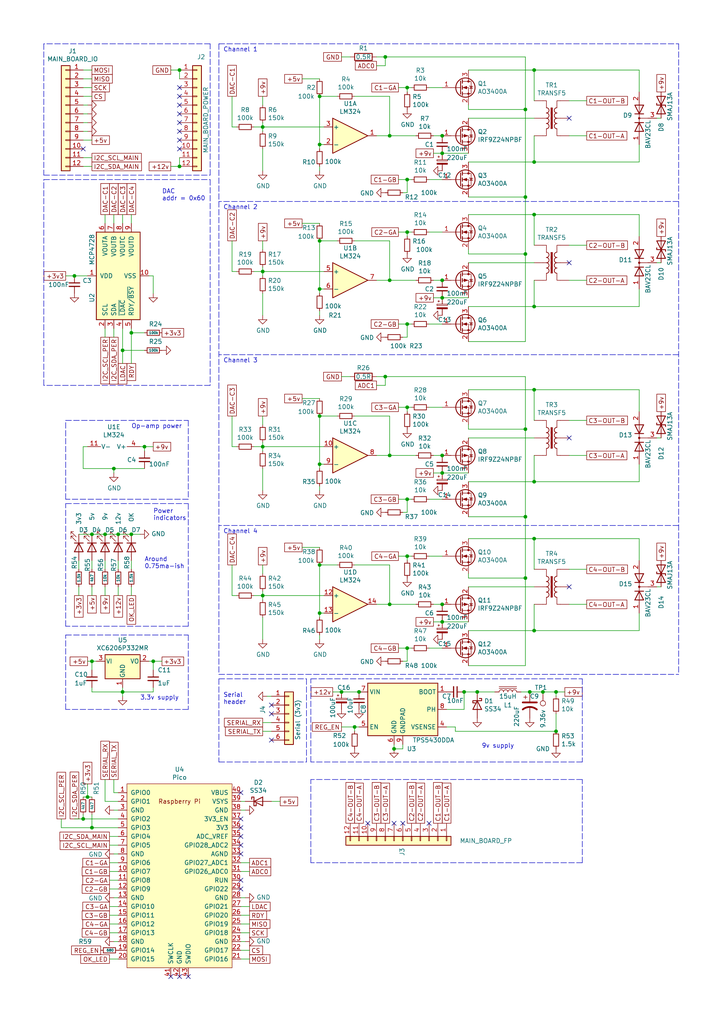
<source format=kicad_sch>
(kicad_sch (version 20211123) (generator eeschema)
  (paper "A4" portrait)
  (title_block (title "ZC624 Output module") (rev "0.2") (company "CrashOverride85"))
  (junction (at 154.94 156.21))
  (junction (at 138.43 200.66))
  (junction (at 152.4 57.15))
  (junction (at 154.94 46.99))
  (junction (at 118.11 25.4))
  (junction (at 118.11 187.96))
  (junction (at 118.11 52.07))
  (junction (at 134.62 200.66))
  (junction (at 33.02 135.89))
  (junction (at 34.29 154.94))
  (junction (at 111.76 109.22))
  (junction (at 38.1 154.94))
  (junction (at 41.91 129.54))
  (junction (at 76.2 36.83))
  (junction (at 52.07 48.26))
  (junction (at 92.71 134.62))
  (junction (at 44.45 191.77))
  (junction (at 128.27 175.26))
  (junction (at 92.71 83.82))
  (junction (at 102.87 210.82))
  (junction (at 25.4 231.14))
  (junction (at 26.67 154.94))
  (junction (at 154.94 62.23))
  (junction (at 154.94 182.88))
  (junction (at 114.3 217.17))
  (junction (at 76.2 78.74))
  (junction (at 76.2 172.72))
  (junction (at 152.4 149.86))
  (junction (at 128.27 137.16))
  (junction (at 113.03 175.26))
  (junction (at 118.11 118.11))
  (junction (at 128.27 44.45))
  (junction (at 35.56 101.6))
  (junction (at 113.03 81.28))
  (junction (at 118.11 67.31))
  (junction (at 161.29 212.09))
  (junction (at 92.71 177.8))
  (junction (at 26.67 240.03))
  (junction (at 152.4 167.64))
  (junction (at 26.67 191.77))
  (junction (at 99.06 200.66))
  (junction (at 154.94 20.32))
  (junction (at 118.11 161.29))
  (junction (at 35.56 200.66))
  (junction (at 113.03 132.08))
  (junction (at 157.48 200.66))
  (junction (at 128.27 39.37))
  (junction (at 92.71 120.65))
  (junction (at 92.71 69.85))
  (junction (at 153.67 200.66))
  (junction (at 152.4 124.46))
  (junction (at 30.48 154.94))
  (junction (at 154.94 113.03))
  (junction (at 154.94 139.7))
  (junction (at 21.59 80.01))
  (junction (at 113.03 39.37))
  (junction (at 92.71 27.94))
  (junction (at 111.76 16.51))
  (junction (at 152.4 73.66))
  (junction (at 128.27 86.36))
  (junction (at 128.27 132.08))
  (junction (at 154.94 88.9))
  (junction (at 38.1 96.52))
  (junction (at 152.4 31.75))
  (junction (at 118.11 93.98))
  (junction (at 118.11 144.78))
  (junction (at 24.13 237.49))
  (junction (at 92.71 163.83))
  (junction (at 92.71 41.91))
  (junction (at 161.29 200.66))
  (junction (at 128.27 180.34))
  (junction (at 76.2 129.54))
  (junction (at 128.27 81.28))
  (junction (at 104.14 200.66))
  (junction (at 52.07 20.32))
  (no_connect (at 54.61 283.21))
  (no_connect (at 52.07 25.4))
  (no_connect (at 78.74 207.01))
  (no_connect (at 78.74 204.47))
  (no_connect (at 52.07 35.56))
  (no_connect (at 124.46 238.76))
  (no_connect (at 49.53 283.21))
  (no_connect (at 69.85 255.27))
  (no_connect (at 52.07 30.48))
  (no_connect (at 114.3 238.76))
  (no_connect (at 52.07 33.02))
  (no_connect (at 24.13 43.18))
  (no_connect (at 52.07 38.1))
  (no_connect (at 69.85 257.81))
  (no_connect (at 69.85 240.03))
  (no_connect (at 52.07 27.94))
  (no_connect (at 69.85 242.57))
  (no_connect (at 69.85 237.49))
  (no_connect (at 52.07 43.18))
  (no_connect (at 106.68 238.76))
  (no_connect (at 165.1 34.29))
  (no_connect (at 52.07 40.64))
  (no_connect (at 78.74 214.63))
  (no_connect (at 69.85 229.87))
  (no_connect (at 69.85 245.11))
  (no_connect (at 116.84 238.76))
  (no_connect (at 69.85 247.65))
  (no_connect (at 165.1 76.2))
  (no_connect (at 165.1 127))
  (no_connect (at 52.07 283.21))
  (no_connect (at 165.1 170.18))
  (wire (pts (xy 124.46 67.31) (xy 128.27 67.31)))
  (polyline (pts (xy 63.5 196.85) (xy 88.9 196.85)))
  (wire (pts (xy 76.2 36.83) (xy 73.66 36.83)))
  (wire (pts (xy 114.3 217.17) (xy 116.84 217.17)))
  (wire (pts (xy 124.46 25.4) (xy 128.27 25.4)))
  (wire (pts (xy 38.1 154.94) (xy 40.64 154.94)))
  (wire (pts (xy 135.89 124.46) (xy 152.4 124.46)))
  (wire (pts (xy 165.1 29.21) (xy 170.18 29.21)))
  (wire (pts (xy 44.45 200.66) (xy 35.56 200.66)))
  (wire (pts (xy 135.89 72.39) (xy 135.89 73.66)))
  (wire (pts (xy 67.31 27.94) (xy 67.31 36.83)))
  (wire (pts (xy 35.56 62.23) (xy 35.56 64.77)))
  (wire (pts (xy 34.29 260.35) (xy 33.02 260.35)))
  (wire (pts (xy 128.27 180.34) (xy 135.89 180.34)))
  (wire (pts (xy 22.86 154.94) (xy 26.67 154.94)))
  (wire (pts (xy 111.76 111.76) (xy 111.76 109.22)))
  (wire (pts (xy 154.94 182.88) (xy 185.42 182.88)))
  (polyline (pts (xy 88.9 196.85) (xy 88.9 220.98)))
  (wire (pts (xy 35.56 101.6) (xy 35.56 95.25)))
  (wire (pts (xy 124.46 161.29) (xy 128.27 161.29)))
  (polyline (pts (xy 54.61 146.05) (xy 54.61 181.61)))
  (wire (pts (xy 152.4 193.04) (xy 152.4 167.64)))
  (wire (pts (xy 26.67 240.03) (xy 34.29 240.03)))
  (wire (pts (xy 135.89 34.29) (xy 154.94 34.29)))
  (wire (pts (xy 92.71 184.15) (xy 92.71 185.42)))
  (wire (pts (xy 113.03 132.08) (xy 113.03 120.65)))
  (wire (pts (xy 78.74 232.41) (xy 81.28 232.41)))
  (wire (pts (xy 154.94 62.23) (xy 185.42 62.23)))
  (polyline (pts (xy 19.05 205.74) (xy 19.05 184.15)))
  (wire (pts (xy 67.31 69.85) (xy 67.31 78.74)))
  (polyline (pts (xy 19.05 146.05) (xy 54.61 146.05)))
  (wire (pts (xy 40.64 129.54) (xy 41.91 129.54)))
  (wire (pts (xy 118.11 162.56) (xy 118.11 161.29)))
  (wire (pts (xy 152.4 149.86) (xy 152.4 167.64)))
  (wire (pts (xy 52.07 22.86) (xy 52.07 20.32)))
  (wire (pts (xy 76.2 209.55) (xy 78.74 209.55)))
  (wire (pts (xy 152.4 149.86) (xy 152.4 124.46)))
  (wire (pts (xy 92.71 90.17) (xy 92.71 91.44)))
  (wire (pts (xy 24.13 129.54) (xy 25.4 129.54)))
  (polyline (pts (xy 12.7 52.07) (xy 60.96 52.07)))
  (wire (pts (xy 118.11 187.96) (xy 119.38 187.96)))
  (wire (pts (xy 76.2 30.48) (xy 76.2 27.94)))
  (wire (pts (xy 92.71 140.97) (xy 92.71 142.24)))
  (wire (pts (xy 71.12 234.95) (xy 69.85 234.95)))
  (wire (pts (xy 154.94 88.9) (xy 185.42 88.9)))
  (wire (pts (xy 135.89 123.19) (xy 135.89 124.46)))
  (wire (pts (xy 41.91 96.52) (xy 38.1 96.52)))
  (wire (pts (xy 87.63 158.75) (xy 92.71 158.75)))
  (wire (pts (xy 152.4 99.06) (xy 152.4 73.66)))
  (wire (pts (xy 72.39 265.43) (xy 69.85 265.43)))
  (wire (pts (xy 72.39 278.13) (xy 69.85 278.13)))
  (wire (pts (xy 76.2 36.83) (xy 76.2 38.1)))
  (wire (pts (xy 93.98 172.72) (xy 76.2 172.72)))
  (wire (pts (xy 76.2 128.27) (xy 76.2 129.54)))
  (wire (pts (xy 41.91 101.6) (xy 35.56 101.6)))
  (wire (pts (xy 25.4 231.14) (xy 26.67 231.14)))
  (wire (pts (xy 134.62 200.66) (xy 138.43 200.66)))
  (wire (pts (xy 92.71 41.91) (xy 92.71 43.18)))
  (wire (pts (xy 161.29 201.93) (xy 161.29 200.66)))
  (polyline (pts (xy 54.61 184.15) (xy 54.61 205.74)))
  (wire (pts (xy 92.71 48.26) (xy 92.71 49.53)))
  (wire (pts (xy 38.1 95.25) (xy 38.1 96.52)))
  (wire (pts (xy 76.2 72.39) (xy 76.2 69.85)))
  (wire (pts (xy 35.56 200.66) (xy 35.56 201.93)))
  (wire (pts (xy 35.56 105.41) (xy 35.56 101.6)))
  (wire (pts (xy 138.43 200.66) (xy 143.51 200.66)))
  (wire (pts (xy 24.13 236.22) (xy 24.13 237.49)))
  (wire (pts (xy 111.76 16.51) (xy 152.4 16.51)))
  (wire (pts (xy 118.11 144.78) (xy 119.38 144.78)))
  (wire (pts (xy 125.73 81.28) (xy 128.27 81.28)))
  (wire (pts (xy 24.13 135.89) (xy 24.13 129.54)))
  (polyline (pts (xy 90.17 250.19) (xy 90.17 226.06)))
  (wire (pts (xy 31.75 270.51) (xy 34.29 270.51)))
  (polyline (pts (xy 60.96 50.8) (xy 60.96 12.7)))
  (wire (pts (xy 33.02 247.65) (xy 34.29 247.65)))
  (wire (pts (xy 76.2 85.09) (xy 76.2 91.44)))
  (wire (pts (xy 24.13 237.49) (xy 34.29 237.49)))
  (wire (pts (xy 120.65 81.28) (xy 113.03 81.28)))
  (wire (pts (xy 109.22 109.22) (xy 111.76 109.22)))
  (wire (pts (xy 115.57 93.98) (xy 118.11 93.98)))
  (wire (pts (xy 135.89 149.86) (xy 152.4 149.86)))
  (wire (pts (xy 67.31 129.54) (xy 68.58 129.54)))
  (wire (pts (xy 30.48 172.72) (xy 30.48 170.18)))
  (wire (pts (xy 69.85 252.73) (xy 72.39 252.73)))
  (wire (pts (xy 76.2 123.19) (xy 76.2 120.65)))
  (wire (pts (xy 118.11 144.78) (xy 118.11 148.59)))
  (wire (pts (xy 71.12 260.35) (xy 69.85 260.35)))
  (wire (pts (xy 19.05 80.01) (xy 21.59 80.01)))
  (wire (pts (xy 17.78 237.49) (xy 17.78 240.03)))
  (wire (pts (xy 154.94 121.92) (xy 154.94 113.03)))
  (wire (pts (xy 154.94 71.12) (xy 154.94 62.23)))
  (polyline (pts (xy 196.85 12.7) (xy 196.85 195.58)))
  (wire (pts (xy 25.4 191.77) (xy 26.67 191.77)))
  (wire (pts (xy 115.57 67.31) (xy 118.11 67.31)))
  (wire (pts (xy 67.31 163.83) (xy 67.31 172.72)))
  (wire (pts (xy 38.1 162.56) (xy 38.1 165.1)))
  (polyline (pts (xy 12.7 111.76) (xy 12.7 52.07)))
  (wire (pts (xy 30.48 154.94) (xy 34.29 154.94)))
  (polyline (pts (xy 60.96 12.7) (xy 12.7 12.7)))
  (wire (pts (xy 93.98 78.74) (xy 76.2 78.74)))
  (polyline (pts (xy 168.91 220.98) (xy 90.17 220.98)))
  (wire (pts (xy 76.2 77.47) (xy 76.2 78.74)))
  (wire (pts (xy 165.1 81.28) (xy 170.18 81.28)))
  (wire (pts (xy 185.42 41.91) (xy 185.42 46.99)))
  (wire (pts (xy 44.45 80.01) (xy 44.45 85.09)))
  (wire (pts (xy 92.71 134.62) (xy 92.71 135.89)))
  (wire (pts (xy 76.2 166.37) (xy 76.2 163.83)))
  (wire (pts (xy 113.03 81.28) (xy 109.22 81.28)))
  (wire (pts (xy 185.42 177.8) (xy 185.42 182.88)))
  (wire (pts (xy 113.03 132.08) (xy 109.22 132.08)))
  (wire (pts (xy 87.63 115.57) (xy 92.71 115.57)))
  (wire (pts (xy 113.03 175.26) (xy 113.03 163.83)))
  (wire (pts (xy 97.79 27.94) (xy 92.71 27.94)))
  (wire (pts (xy 118.11 93.98) (xy 119.38 93.98)))
  (polyline (pts (xy 12.7 50.8) (xy 60.96 50.8)))
  (wire (pts (xy 92.71 83.82) (xy 92.71 85.09)))
  (wire (pts (xy 22.86 162.56) (xy 22.86 165.1)))
  (wire (pts (xy 17.78 240.03) (xy 26.67 240.03)))
  (wire (pts (xy 128.27 86.36) (xy 135.89 86.36)))
  (wire (pts (xy 26.67 25.4) (xy 24.13 25.4)))
  (polyline (pts (xy 168.91 250.19) (xy 168.91 226.06)))
  (wire (pts (xy 128.27 137.16) (xy 135.89 137.16)))
  (wire (pts (xy 44.45 191.77) (xy 43.18 191.77)))
  (wire (pts (xy 165.1 121.92) (xy 170.18 121.92)))
  (polyline (pts (xy 54.61 144.78) (xy 19.05 144.78)))
  (wire (pts (xy 113.03 163.83) (xy 102.87 163.83)))
  (wire (pts (xy 96.52 200.66) (xy 99.06 200.66)))
  (wire (pts (xy 25.4 33.02) (xy 24.13 33.02)))
  (wire (pts (xy 72.39 275.59) (xy 69.85 275.59)))
  (wire (pts (xy 116.84 217.17) (xy 116.84 215.9)))
  (polyline (pts (xy 196.85 152.4) (xy 63.5 152.4)))
  (wire (pts (xy 116.84 191.77) (xy 118.11 191.77)))
  (wire (pts (xy 135.89 193.04) (xy 152.4 193.04)))
  (wire (pts (xy 135.89 99.06) (xy 152.4 99.06)))
  (wire (pts (xy 161.29 200.66) (xy 163.83 200.66)))
  (wire (pts (xy 165.1 165.1) (xy 170.18 165.1)))
  (wire (pts (xy 34.29 172.72) (xy 34.29 170.18)))
  (wire (pts (xy 154.94 165.1) (xy 154.94 156.21)))
  (wire (pts (xy 118.11 68.58) (xy 118.11 67.31)))
  (wire (pts (xy 67.31 172.72) (xy 68.58 172.72)))
  (wire (pts (xy 154.94 156.21) (xy 185.42 156.21)))
  (polyline (pts (xy 60.96 111.76) (xy 12.7 111.76)))
  (wire (pts (xy 67.31 78.74) (xy 68.58 78.74)))
  (wire (pts (xy 52.07 45.72) (xy 52.07 48.26)))
  (wire (pts (xy 31.75 267.97) (xy 34.29 267.97)))
  (wire (pts (xy 102.87 210.82) (xy 104.14 210.82)))
  (wire (pts (xy 113.03 27.94) (xy 102.87 27.94)))
  (wire (pts (xy 124.46 52.07) (xy 128.27 52.07)))
  (wire (pts (xy 154.94 175.26) (xy 154.94 182.88)))
  (wire (pts (xy 30.48 232.41) (xy 34.29 232.41)))
  (wire (pts (xy 113.03 39.37) (xy 113.03 27.94)))
  (polyline (pts (xy 63.5 220.98) (xy 88.9 220.98)))
  (wire (pts (xy 21.59 237.49) (xy 24.13 237.49)))
  (wire (pts (xy 116.84 148.59) (xy 118.11 148.59)))
  (wire (pts (xy 165.1 175.26) (xy 170.18 175.26)))
  (wire (pts (xy 34.29 162.56) (xy 34.29 165.1)))
  (wire (pts (xy 26.67 40.64) (xy 24.13 40.64)))
  (wire (pts (xy 77.47 201.93) (xy 78.74 201.93)))
  (wire (pts (xy 154.94 62.23) (xy 135.89 62.23)))
  (wire (pts (xy 125.73 132.08) (xy 128.27 132.08)))
  (wire (pts (xy 30.48 64.77) (xy 30.48 62.23)))
  (wire (pts (xy 115.57 52.07) (xy 118.11 52.07)))
  (wire (pts (xy 72.39 262.89) (xy 69.85 262.89)))
  (wire (pts (xy 34.29 273.05) (xy 33.02 273.05)))
  (wire (pts (xy 152.4 57.15) (xy 152.4 31.75)))
  (wire (pts (xy 93.98 129.54) (xy 76.2 129.54)))
  (wire (pts (xy 124.46 93.98) (xy 128.27 93.98)))
  (wire (pts (xy 67.31 36.83) (xy 68.58 36.83)))
  (wire (pts (xy 76.2 78.74) (xy 73.66 78.74)))
  (polyline (pts (xy 63.5 195.58) (xy 196.85 195.58)))
  (wire (pts (xy 128.27 44.45) (xy 135.89 44.45)))
  (wire (pts (xy 154.94 46.99) (xy 135.89 46.99)))
  (wire (pts (xy 31.75 252.73) (xy 34.29 252.73)))
  (wire (pts (xy 185.42 26.67) (xy 185.42 20.32)))
  (wire (pts (xy 154.94 81.28) (xy 154.94 88.9)))
  (wire (pts (xy 124.46 187.96) (xy 128.27 187.96)))
  (wire (pts (xy 43.18 80.01) (xy 44.45 80.01)))
  (wire (pts (xy 49.53 48.26) (xy 52.07 48.26)))
  (wire (pts (xy 31.75 257.81) (xy 34.29 257.81)))
  (wire (pts (xy 185.42 134.62) (xy 185.42 139.7)))
  (wire (pts (xy 33.02 137.16) (xy 33.02 135.89)))
  (wire (pts (xy 33.02 95.25) (xy 33.02 97.79)))
  (wire (pts (xy 135.89 73.66) (xy 152.4 73.66)))
  (wire (pts (xy 92.71 163.83) (xy 92.71 177.8)))
  (wire (pts (xy 97.79 69.85) (xy 92.71 69.85)))
  (wire (pts (xy 114.3 217.17) (xy 114.3 215.9)))
  (wire (pts (xy 152.4 57.15) (xy 152.4 73.66)))
  (wire (pts (xy 76.2 172.72) (xy 76.2 173.99)))
  (wire (pts (xy 135.89 166.37) (xy 135.89 167.64)))
  (wire (pts (xy 113.03 175.26) (xy 109.22 175.26)))
  (wire (pts (xy 185.42 83.82) (xy 185.42 88.9)))
  (wire (pts (xy 109.22 19.05) (xy 111.76 19.05)))
  (wire (pts (xy 125.73 180.34) (xy 128.27 180.34)))
  (wire (pts (xy 154.94 132.08) (xy 154.94 139.7)))
  (wire (pts (xy 115.57 161.29) (xy 118.11 161.29)))
  (wire (pts (xy 99.06 109.22) (xy 101.6 109.22)))
  (wire (pts (xy 87.63 64.77) (xy 92.71 64.77)))
  (wire (pts (xy 118.11 52.07) (xy 119.38 52.07)))
  (polyline (pts (xy 19.05 144.78) (xy 19.05 121.92)))
  (wire (pts (xy 154.94 156.21) (xy 135.89 156.21)))
  (wire (pts (xy 134.62 205.74) (xy 134.62 200.66)))
  (wire (pts (xy 118.11 93.98) (xy 118.11 97.79)))
  (wire (pts (xy 151.13 200.66) (xy 153.67 200.66)))
  (wire (pts (xy 154.94 182.88) (xy 135.89 182.88)))
  (wire (pts (xy 125.73 137.16) (xy 128.27 137.16)))
  (wire (pts (xy 26.67 172.72) (xy 26.67 170.18)))
  (wire (pts (xy 135.89 170.18) (xy 154.94 170.18)))
  (wire (pts (xy 26.67 27.94) (xy 24.13 27.94)))
  (wire (pts (xy 154.94 46.99) (xy 185.42 46.99)))
  (wire (pts (xy 125.73 44.45) (xy 128.27 44.45)))
  (wire (pts (xy 67.31 120.65) (xy 67.31 129.54)))
  (wire (pts (xy 190.5 76.2) (xy 191.77 76.2)))
  (wire (pts (xy 113.03 120.65) (xy 102.87 120.65)))
  (wire (pts (xy 152.4 124.46) (xy 152.4 109.22)))
  (wire (pts (xy 120.65 175.26) (xy 113.03 175.26)))
  (polyline (pts (xy 19.05 121.92) (xy 54.61 121.92)))
  (wire (pts (xy 154.94 139.7) (xy 185.42 139.7)))
  (wire (pts (xy 44.45 199.39) (xy 44.45 200.66)))
  (polyline (pts (xy 54.61 121.92) (xy 54.61 144.78)))
  (wire (pts (xy 125.73 86.36) (xy 128.27 86.36)))
  (wire (pts (xy 26.67 45.72) (xy 24.13 45.72)))
  (wire (pts (xy 26.67 20.32) (xy 24.13 20.32)))
  (wire (pts (xy 165.1 71.12) (xy 170.18 71.12)))
  (wire (pts (xy 124.46 144.78) (xy 128.27 144.78)))
  (wire (pts (xy 120.65 132.08) (xy 113.03 132.08)))
  (wire (pts (xy 153.67 200.66) (xy 157.48 200.66)))
  (wire (pts (xy 76.2 135.89) (xy 76.2 142.24)))
  (wire (pts (xy 113.03 69.85) (xy 102.87 69.85)))
  (wire (pts (xy 109.22 111.76) (xy 111.76 111.76)))
  (wire (pts (xy 101.6 16.51) (xy 99.06 16.51)))
  (wire (pts (xy 93.98 134.62) (xy 92.71 134.62)))
  (wire (pts (xy 38.1 96.52) (xy 38.1 105.41)))
  (wire (pts (xy 190.5 34.29) (xy 191.77 34.29)))
  (wire (pts (xy 25.4 227.33) (xy 25.4 231.14)))
  (wire (pts (xy 92.71 27.94) (xy 92.71 41.91)))
  (wire (pts (xy 190.5 170.18) (xy 191.77 170.18)))
  (polyline (pts (xy 60.96 52.07) (xy 60.96 111.76)))
  (wire (pts (xy 30.48 162.56) (xy 30.48 165.1)))
  (wire (pts (xy 46.99 191.77) (xy 44.45 191.77)))
  (wire (pts (xy 152.4 31.75) (xy 152.4 16.51)))
  (wire (pts (xy 190.5 127) (xy 191.77 127)))
  (wire (pts (xy 118.11 26.67) (xy 118.11 25.4)))
  (wire (pts (xy 76.2 35.56) (xy 76.2 36.83)))
  (wire (pts (xy 34.29 154.94) (xy 38.1 154.94)))
  (wire (pts (xy 125.73 175.26) (xy 128.27 175.26)))
  (wire (pts (xy 76.2 171.45) (xy 76.2 172.72)))
  (wire (pts (xy 76.2 129.54) (xy 76.2 130.81)))
  (wire (pts (xy 24.13 38.1) (xy 25.4 38.1)))
  (wire (pts (xy 33.02 135.89) (xy 41.91 135.89)))
  (wire (pts (xy 72.39 270.51) (xy 69.85 270.51)))
  (wire (pts (xy 99.06 210.82) (xy 102.87 210.82)))
  (wire (pts (xy 33.02 135.89) (xy 24.13 135.89)))
  (wire (pts (xy 33.02 226.06) (xy 33.02 229.87)))
  (wire (pts (xy 76.2 179.07) (xy 76.2 185.42)))
  (wire (pts (xy 185.42 162.56) (xy 185.42 156.21)))
  (wire (pts (xy 26.67 162.56) (xy 26.67 165.1)))
  (wire (pts (xy 30.48 97.79) (xy 30.48 95.25)))
  (wire (pts (xy 26.67 22.86) (xy 24.13 22.86)))
  (wire (pts (xy 154.94 88.9) (xy 135.89 88.9)))
  (wire (pts (xy 26.67 200.66) (xy 26.67 199.39)))
  (wire (pts (xy 132.08 212.09) (xy 161.29 212.09)))
  (wire (pts (xy 71.12 273.05) (xy 69.85 273.05)))
  (wire (pts (xy 24.13 48.26) (xy 26.67 48.26)))
  (wire (pts (xy 185.42 68.58) (xy 185.42 62.23)))
  (wire (pts (xy 115.57 187.96) (xy 118.11 187.96)))
  (wire (pts (xy 49.53 20.32) (xy 52.07 20.32)))
  (wire (pts (xy 76.2 43.18) (xy 76.2 49.53)))
  (polyline (pts (xy 19.05 181.61) (xy 19.05 146.05)))
  (wire (pts (xy 24.13 35.56) (xy 25.4 35.56)))
  (wire (pts (xy 111.76 19.05) (xy 111.76 16.51)))
  (wire (pts (xy 33.02 229.87) (xy 34.29 229.87)))
  (polyline (pts (xy 63.5 196.85) (xy 63.5 220.98)))
  (polyline (pts (xy 90.17 196.85) (xy 168.91 196.85)))
  (wire (pts (xy 135.89 57.15) (xy 152.4 57.15)))
  (wire (pts (xy 71.12 232.41) (xy 69.85 232.41)))
  (wire (pts (xy 33.02 62.23) (xy 33.02 64.77)))
  (wire (pts (xy 44.45 129.54) (xy 41.91 129.54)))
  (wire (pts (xy 118.11 52.07) (xy 118.11 55.88)))
  (wire (pts (xy 31.75 262.89) (xy 34.29 262.89)))
  (wire (pts (xy 93.98 41.91) (xy 92.71 41.91)))
  (wire (pts (xy 93.98 36.83) (xy 76.2 36.83)))
  (wire (pts (xy 154.94 113.03) (xy 185.42 113.03)))
  (wire (pts (xy 76.2 78.74) (xy 76.2 80.01)))
  (wire (pts (xy 41.91 129.54) (xy 41.91 130.81)))
  (wire (pts (xy 97.79 120.65) (xy 92.71 120.65)))
  (wire (pts (xy 116.84 55.88) (xy 118.11 55.88)))
  (wire (pts (xy 135.89 30.48) (xy 135.89 31.75)))
  (wire (pts (xy 92.71 120.65) (xy 92.71 134.62)))
  (wire (pts (xy 92.71 177.8) (xy 92.71 179.07)))
  (wire (pts (xy 118.11 161.29) (xy 119.38 161.29)))
  (wire (pts (xy 24.13 30.48) (xy 25.4 30.48)))
  (wire (pts (xy 118.11 118.11) (xy 119.38 118.11)))
  (wire (pts (xy 26.67 236.22) (xy 26.67 240.03)))
  (polyline (pts (xy 196.85 102.87) (xy 63.5 102.87)))
  (wire (pts (xy 31.75 255.27) (xy 34.29 255.27)))
  (wire (pts (xy 120.65 39.37) (xy 113.03 39.37)))
  (wire (pts (xy 132.08 210.82) (xy 132.08 212.09)))
  (wire (pts (xy 26.67 154.94) (xy 30.48 154.94)))
  (wire (pts (xy 72.39 267.97) (xy 69.85 267.97)))
  (wire (pts (xy 115.57 25.4) (xy 118.11 25.4)))
  (wire (pts (xy 154.94 29.21) (xy 154.94 20.32)))
  (wire (pts (xy 125.73 39.37) (xy 128.27 39.37)))
  (wire (pts (xy 76.2 212.09) (xy 78.74 212.09)))
  (wire (pts (xy 33.02 234.95) (xy 34.29 234.95)))
  (wire (pts (xy 118.11 25.4) (xy 119.38 25.4)))
  (wire (pts (xy 115.57 144.78) (xy 118.11 144.78)))
  (wire (pts (xy 102.87 212.09) (xy 102.87 210.82)))
  (wire (pts (xy 31.75 278.13) (xy 34.29 278.13)))
  (wire (pts (xy 118.11 67.31) (xy 119.38 67.31)))
  (wire (pts (xy 30.48 226.06) (xy 30.48 232.41)))
  (wire (pts (xy 135.89 127) (xy 154.94 127)))
  (wire (pts (xy 109.22 16.51) (xy 111.76 16.51)))
  (wire (pts (xy 76.2 129.54) (xy 73.66 129.54)))
  (polyline (pts (xy 12.7 12.7) (xy 12.7 50.8)))
  (wire (pts (xy 99.06 200.66) (xy 104.14 200.66)))
  (wire (pts (xy 26.67 194.31) (xy 26.67 191.77)))
  (wire (pts (xy 161.29 207.01) (xy 161.29 212.09)))
  (wire (pts (xy 154.94 20.32) (xy 185.42 20.32)))
  (wire (pts (xy 157.48 200.66) (xy 161.29 200.66)))
  (wire (pts (xy 31.75 250.19) (xy 34.29 250.19)))
  (wire (pts (xy 93.98 177.8) (xy 92.71 177.8)))
  (wire (pts (xy 118.11 119.38) (xy 118.11 118.11)))
  (polyline (pts (xy 90.17 220.98) (xy 90.17 196.85)))
  (polyline (pts (xy 168.91 250.19) (xy 90.17 250.19)))
  (polyline (pts (xy 168.91 226.06) (xy 90.17 226.06)))
  (wire (pts (xy 24.13 231.14) (xy 25.4 231.14)))
  (wire (pts (xy 124.46 118.11) (xy 128.27 118.11)))
  (polyline (pts (xy 63.5 12.7) (xy 63.5 195.58)))
  (polyline (pts (xy 54.61 181.61) (xy 19.05 181.61)))
  (wire (pts (xy 154.94 113.03) (xy 135.89 113.03)))
  (wire (pts (xy 26.67 191.77) (xy 27.94 191.77)))
  (polyline (pts (xy 54.61 205.74) (xy 19.05 205.74)))
  (wire (pts (xy 154.94 39.37) (xy 154.94 46.99)))
  (wire (pts (xy 21.59 80.01) (xy 25.4 80.01)))
  (wire (pts (xy 135.89 76.2) (xy 154.94 76.2)))
  (wire (pts (xy 111.76 109.22) (xy 152.4 109.22)))
  (wire (pts (xy 87.63 22.86) (xy 92.71 22.86)))
  (wire (pts (xy 129.54 210.82) (xy 132.08 210.82)))
  (polyline (pts (xy 196.85 58.42) (xy 63.5 58.42)))
  (wire (pts (xy 44.45 194.31) (xy 44.45 191.77)))
  (wire (pts (xy 35.56 200.66) (xy 26.67 200.66)))
  (wire (pts (xy 165.1 132.08) (xy 170.18 132.08)))
  (polyline (pts (xy 63.5 12.7) (xy 196.85 12.7)))
  (wire (pts (xy 185.42 119.38) (xy 185.42 113.03)))
  (polyline (pts (xy 19.05 184.15) (xy 54.61 184.15)))
  (polyline (pts (xy 168.91 196.85) (xy 168.91 220.98)))
  (wire (pts (xy 76.2 172.72) (xy 73.66 172.72)))
  (wire (pts (xy 31.75 265.43) (xy 34.29 265.43)))
  (wire (pts (xy 129.54 205.74) (xy 134.62 205.74)))
  (wire (pts (xy 113.03 81.28) (xy 113.03 69.85)))
  (wire (pts (xy 38.1 62.23) (xy 38.1 64.77)))
  (wire (pts (xy 38.1 172.72) (xy 38.1 170.18)))
  (wire (pts (xy 92.71 69.85) (xy 92.71 83.82)))
  (wire (pts (xy 22.86 172.72) (xy 22.86 170.18)))
  (wire (pts (xy 116.84 97.79) (xy 118.11 97.79)))
  (wire (pts (xy 118.11 187.96) (xy 118.11 191.77)))
  (wire (pts (xy 31.75 242.57) (xy 34.29 242.57)))
  (wire (pts (xy 35.56 199.39) (xy 35.56 200.66)))
  (wire (pts (xy 135.89 31.75) (xy 152.4 31.75)))
  (wire (pts (xy 34.29 245.11) (xy 31.75 245.11)))
  (wire (pts (xy 135.89 167.64) (xy 152.4 167.64)))
  (wire (pts (xy 154.94 20.32) (xy 135.89 20.32)))
  (wire (pts (xy 154.94 139.7) (xy 135.89 139.7)))
  (wire (pts (xy 113.03 39.37) (xy 109.22 39.37)))
  (wire (pts (xy 165.1 39.37) (xy 170.18 39.37)))
  (wire (pts (xy 97.79 163.83) (xy 92.71 163.83)))
  (wire (pts (xy 115.57 118.11) (xy 118.11 118.11)))
  (wire (pts (xy 72.39 250.19) (xy 69.85 250.19)))
  (wire (pts (xy 93.98 83.82) (xy 92.71 83.82)))
  (text "Serial\nheader" (at 64.77 204.47 0) (effects (font (size 1.27 1.27)) (justify left bottom)))
  (text "Channel 1" (at 64.77 15.24 0) (effects (font (size 1.27 1.27)) (justify left bottom)))
  (text "Channel 2" (at 64.77 60.96 0) (effects (font (size 1.27 1.27)) (justify left bottom)))
  (text "DAC\naddr = 0x60" (at 46.99 58.42 0) (effects (font (size 1.27 1.27)) (justify left bottom)))
  (text "Power\nindicators" (at 44.45 151.13 0) (effects (font (size 1.27 1.27)) (justify left bottom)))
  (text "9v supply" (at 139.7 217.17 0) (effects (font (size 1.27 1.27)) (justify left bottom)))
  (text "Channel 4" (at 64.77 154.94 0) (effects (font (size 1.27 1.27)) (justify left bottom)))
  (text "Op-amp power" (at 38.1 124.46 0) (effects (font (size 1.27 1.27)) (justify left bottom)))
  (text "Channel 3" (at 64.77 105.41 0) (effects (font (size 1.27 1.27)) (justify left bottom)))
  (text "3.3v supply" (at 40.64 203.2 0) (effects (font (size 1.27 1.27)) (justify left bottom)))
  (text "Around \n0.75ma-ish" (at 41.91 165.1 0) (effects (font (size 1.27 1.27)) (justify left bottom)))
  (global_label "+12v" (shape passive) (at 96.52 200.66 180) (property "Intersheet References" "${INTERSHEET_REFS}" (effects hide)))
  (global_label "MISO" (shape passive) (at 72.39 267.97 0) (property "Intersheet References" "${INTERSHEET_REFS}" (effects hide)))
  (global_label "SERIAL_TX" (shape passive) (at 76.2 212.09 180) (property "Intersheet References" "${INTERSHEET_REFS}" (effects hide)))
  (global_label "+12v" (shape passive) (at 34.29 172.72 270) (property "Intersheet References" "${INTERSHEET_REFS}" (effects hide)))
  (global_label "+9v" (shape passive) (at 125.73 180.34 180) (property "Intersheet References" "${INTERSHEET_REFS}" (effects hide)))
  (global_label "DAC-C2" (shape passive) (at 67.31 69.85 90) (property "Intersheet References" "${INTERSHEET_REFS}" (effects hide)))
  (global_label "+9v" (shape passive) (at 191.77 162.56 90) (property "Intersheet References" "${INTERSHEET_REFS}" (effects hide)))
  (global_label "SCK" (shape passive) (at 26.67 25.4 0) (property "Intersheet References" "${INTERSHEET_REFS}" (effects hide)))
  (global_label "+5v" (shape passive) (at 87.63 158.75 180) (property "Intersheet References" "${INTERSHEET_REFS}" (effects hide)))
  (global_label "C1-OUT-B" (shape passive) (at 170.18 29.21 0) (property "Intersheet References" "${INTERSHEET_REFS}" (effects hide)))
  (global_label "RDY" (shape passive) (at 72.39 265.43 0) (property "Intersheet References" "${INTERSHEET_REFS}" (effects hide)))
  (global_label "C1-GB" (shape passive) (at 31.75 252.73 180) (property "Intersheet References" "${INTERSHEET_REFS}" (effects hide)))
  (global_label "CS" (shape passive) (at 26.67 27.94 0) (property "Intersheet References" "${INTERSHEET_REFS}" (effects hide)))
  (global_label "+9v" (shape passive) (at 125.73 44.45 180) (property "Intersheet References" "${INTERSHEET_REFS}" (effects hide)))
  (global_label "C1-GA" (shape passive) (at 31.75 250.19 180) (property "Intersheet References" "${INTERSHEET_REFS}" (effects hide)))
  (global_label "+5v" (shape passive) (at 26.67 172.72 270) (property "Intersheet References" "${INTERSHEET_REFS}" (effects hide)))
  (global_label "C2-OUT-B" (shape passive) (at 170.18 71.12 0) (property "Intersheet References" "${INTERSHEET_REFS}" (effects hide)))
  (global_label "I2C_SDA_MAIN" (shape passive) (at 31.75 242.57 180) (property "Intersheet References" "${INTERSHEET_REFS}" (effects hide)))
  (global_label "DAC-C2" (shape passive) (at 33.02 62.23 90) (property "Intersheet References" "${INTERSHEET_REFS}" (effects hide)))
  (global_label "DAC-C3" (shape passive) (at 35.56 62.23 90) (property "Intersheet References" "${INTERSHEET_REFS}" (effects hide)))
  (global_label "ADC1" (shape passive) (at 72.39 250.19 0) (property "Intersheet References" "${INTERSHEET_REFS}" (effects hide)))
  (global_label "C3-GB" (shape passive) (at 31.75 265.43 180) (property "Intersheet References" "${INTERSHEET_REFS}" (effects hide)))
  (global_label "C4-GB" (shape passive) (at 115.57 187.96 180) (property "Intersheet References" "${INTERSHEET_REFS}" (effects hide)))
  (global_label "+3v3" (shape passive) (at 46.99 191.77 0) (property "Intersheet References" "${INTERSHEET_REFS}" (effects hide)))
  (global_label "+9v" (shape passive) (at 44.45 129.54 0) (property "Intersheet References" "${INTERSHEET_REFS}" (effects hide)))
  (global_label "C4-GA" (shape passive) (at 31.75 267.97 180) (property "Intersheet References" "${INTERSHEET_REFS}" (effects hide)))
  (global_label "+5v" (shape passive) (at 25.4 191.77 180) (property "Intersheet References" "${INTERSHEET_REFS}" (effects hide)))
  (global_label "+9v" (shape passive) (at 191.77 68.58 90) (property "Intersheet References" "${INTERSHEET_REFS}" (effects hide)))
  (global_label "C3-OUT-A" (shape passive) (at 170.18 132.08 0) (property "Intersheet References" "${INTERSHEET_REFS}" (effects hide)))
  (global_label "+3v3" (shape passive) (at 46.99 96.52 0) (property "Intersheet References" "${INTERSHEET_REFS}" (effects hide)))
  (global_label "GND" (shape passive) (at 99.06 109.22 180) (property "Intersheet References" "${INTERSHEET_REFS}" (effects hide)))
  (global_label "+12v" (shape passive) (at 49.53 48.26 180) (property "Intersheet References" "${INTERSHEET_REFS}" (effects hide)))
  (global_label "DAC-C4" (shape passive) (at 38.1 62.23 90) (property "Intersheet References" "${INTERSHEET_REFS}" (effects hide)))
  (global_label "SCK" (shape passive) (at 72.39 270.51 0) (property "Intersheet References" "${INTERSHEET_REFS}" (effects hide)))
  (global_label "GND" (shape passive) (at 49.53 20.32 180) (property "Intersheet References" "${INTERSHEET_REFS}" (effects hide)))
  (global_label "I2C_SCL_PER" (shape passive) (at 30.48 97.79 270) (property "Intersheet References" "${INTERSHEET_REFS}" (effects hide)))
  (global_label "GND" (shape passive) (at 99.06 16.51 180) (property "Intersheet References" "${INTERSHEET_REFS}" (effects hide)))
  (global_label "I2C_SCL_MAIN" (shape passive) (at 31.75 245.11 180) (property "Intersheet References" "${INTERSHEET_REFS}" (effects hide)))
  (global_label "REG_EN" (shape passive) (at 99.06 210.82 180) (property "Intersheet References" "${INTERSHEET_REFS}" (effects hide)))
  (global_label "C1-GB" (shape passive) (at 115.57 52.07 180) (property "Intersheet References" "${INTERSHEET_REFS}" (effects hide)))
  (global_label "SERIAL_TX" (shape passive) (at 33.02 226.06 90) (property "Intersheet References" "${INTERSHEET_REFS}" (effects hide)))
  (global_label "C3-OUT-A" (shape passive) (at 111.76 238.76 90) (property "Intersheet References" "${INTERSHEET_REFS}" (effects hide)))
  (global_label "C4-OUT-A" (shape passive) (at 170.18 175.26 0) (property "Intersheet References" "${INTERSHEET_REFS}" (effects hide)))
  (global_label "OK_LED" (shape passive) (at 31.75 278.13 180) (property "Intersheet References" "${INTERSHEET_REFS}" (effects hide)))
  (global_label "C2-OUT-A" (shape passive) (at 170.18 81.28 0) (property "Intersheet References" "${INTERSHEET_REFS}" (effects hide)))
  (global_label "DAC-C1" (shape passive) (at 67.31 27.94 90) (property "Intersheet References" "${INTERSHEET_REFS}" (effects hide)))
  (global_label "C3-GB" (shape passive) (at 115.57 144.78 180) (property "Intersheet References" "${INTERSHEET_REFS}" (effects hide)))
  (global_label "C4-OUT-B" (shape passive) (at 170.18 165.1 0) (property "Intersheet References" "${INTERSHEET_REFS}" (effects hide)))
  (global_label "+9v" (shape passive) (at 76.2 163.83 90) (property "Intersheet References" "${INTERSHEET_REFS}" (effects hide)))
  (global_label "C1-GA" (shape passive) (at 115.57 25.4 180) (property "Intersheet References" "${INTERSHEET_REFS}" (effects hide)))
  (global_label "+9v" (shape passive) (at 191.77 119.38 90) (property "Intersheet References" "${INTERSHEET_REFS}" (effects hide)))
  (global_label "C2-GA" (shape passive) (at 31.75 255.27 180) (property "Intersheet References" "${INTERSHEET_REFS}" (effects hide)))
  (global_label "+9v" (shape passive) (at 76.2 120.65 90) (property "Intersheet References" "${INTERSHEET_REFS}" (effects hide)))
  (global_label "+3v3" (shape passive) (at 22.86 172.72 270) (property "Intersheet References" "${INTERSHEET_REFS}" (effects hide)))
  (global_label "+9v" (shape passive) (at 30.48 172.72 270) (property "Intersheet References" "${INTERSHEET_REFS}" (effects hide)))
  (global_label "C3-OUT-B" (shape passive) (at 170.18 121.92 0) (property "Intersheet References" "${INTERSHEET_REFS}" (effects hide)))
  (global_label "LDAC" (shape passive) (at 35.56 105.41 270) (property "Intersheet References" "${INTERSHEET_REFS}" (effects hide)))
  (global_label "C2-GB" (shape passive) (at 31.75 257.81 180) (property "Intersheet References" "${INTERSHEET_REFS}" (effects hide)))
  (global_label "+9v" (shape passive) (at 125.73 137.16 180) (property "Intersheet References" "${INTERSHEET_REFS}" (effects hide)))
  (global_label "SERIAL_RX" (shape passive) (at 30.48 226.06 90) (property "Intersheet References" "${INTERSHEET_REFS}" (effects hide)))
  (global_label "+9v" (shape passive) (at 76.2 27.94 90) (property "Intersheet References" "${INTERSHEET_REFS}" (effects hide)))
  (global_label "ADC0" (shape passive) (at 109.22 19.05 180) (property "Intersheet References" "${INTERSHEET_REFS}" (effects hide)))
  (global_label "C3-GA" (shape passive) (at 115.57 118.11 180) (property "Intersheet References" "${INTERSHEET_REFS}" (effects hide)))
  (global_label "MISO" (shape passive) (at 26.67 22.86 0) (property "Intersheet References" "${INTERSHEET_REFS}" (effects hide)))
  (global_label "C4-GB" (shape passive) (at 31.75 270.51 180) (property "Intersheet References" "${INTERSHEET_REFS}" (effects hide)))
  (global_label "C1-OUT-B" (shape passive) (at 127 238.76 90) (property "Intersheet References" "${INTERSHEET_REFS}" (effects hide)))
  (global_label "RDY" (shape passive) (at 38.1 105.41 270) (property "Intersheet References" "${INTERSHEET_REFS}" (effects hide)))
  (global_label "C2-GA" (shape passive) (at 115.57 67.31 180) (property "Intersheet References" "${INTERSHEET_REFS}" (effects hide)))
  (global_label "C4-OUT-A" (shape passive) (at 104.14 238.76 90) (property "Intersheet References" "${INTERSHEET_REFS}" (effects hide)))
  (global_label "C1-OUT-A" (shape passive) (at 170.18 39.37 0) (property "Intersheet References" "${INTERSHEET_REFS}" (effects hide)))
  (global_label "DAC-C4" (shape passive) (at 67.31 163.83 90) (property "Intersheet References" "${INTERSHEET_REFS}" (effects hide)))
  (global_label "I2C_SCL_MAIN" (shape passive) (at 26.67 45.72 0) (property "Intersheet References" "${INTERSHEET_REFS}" (effects hide)))
  (global_label "C1-OUT-A" (shape passive) (at 129.54 238.76 90) (property "Intersheet References" "${INTERSHEET_REFS}" (effects hide)))
  (global_label "I2C_SDA_MAIN" (shape passive) (at 26.67 48.26 0) (property "Intersheet References" "${INTERSHEET_REFS}" (effects hide)))
  (global_label "DAC-C3" (shape passive) (at 67.31 120.65 90) (property "Intersheet References" "${INTERSHEET_REFS}" (effects hide)))
  (global_label "SERIAL_RX" (shape passive) (at 76.2 209.55 180) (property "Intersheet References" "${INTERSHEET_REFS}" (effects hide)))
  (global_label "REG_EN" (shape passive) (at 29.21 275.59 180) (property "Intersheet References" "${INTERSHEET_REFS}" (effects hide)))
  (global_label "+5v" (shape passive) (at 81.28 232.41 0) (property "Intersheet References" "${INTERSHEET_REFS}" (effects hide)))
  (global_label "C4-GA" (shape passive) (at 115.57 161.29 180) (property "Intersheet References" "${INTERSHEET_REFS}" (effects hide)))
  (global_label "+5v" (shape passive) (at 87.63 115.57 180) (property "Intersheet References" "${INTERSHEET_REFS}" (effects hide)))
  (global_label "OK_LED" (shape passive) (at 38.1 172.72 270) (property "Intersheet References" "${INTERSHEET_REFS}" (effects hide)))
  (global_label "I2C_SCL_PER" (shape passive) (at 17.78 237.49 90) (property "Intersheet References" "${INTERSHEET_REFS}" (effects hide)))
  (global_label "DAC-C1" (shape passive) (at 30.48 62.23 90) (property "Intersheet References" "${INTERSHEET_REFS}" (effects hide)))
  (global_label "+9v" (shape passive) (at 125.73 86.36 180) (property "Intersheet References" "${INTERSHEET_REFS}" (effects hide)))
  (global_label "+9v" (shape passive) (at 163.83 200.66 0) (property "Intersheet References" "${INTERSHEET_REFS}" (effects hide)))
  (global_label "C4-OUT-B" (shape passive) (at 101.6 238.76 90) (property "Intersheet References" "${INTERSHEET_REFS}" (effects hide)))
  (global_label "+9v" (shape passive) (at 191.77 26.67 90) (property "Intersheet References" "${INTERSHEET_REFS}" (effects hide)))
  (global_label "+3v3" (shape passive) (at 25.4 227.33 90) (property "Intersheet References" "${INTERSHEET_REFS}" (effects hide)))
  (global_label "ADC0" (shape passive) (at 72.39 252.73 0) (property "Intersheet References" "${INTERSHEET_REFS}" (effects hide)))
  (global_label "ADC1" (shape passive) (at 109.22 111.76 180) (property "Intersheet References" "${INTERSHEET_REFS}" (effects hide)))
  (global_label "CS" (shape passive) (at 72.39 275.59 0) (property "Intersheet References" "${INTERSHEET_REFS}" (effects hide)))
  (global_label "+3v3" (shape passive) (at 19.05 80.01 180) (property "Intersheet References" "${INTERSHEET_REFS}" (effects hide)))
  (global_label "I2C_SDA_PER" (shape passive) (at 21.59 237.49 90) (property "Intersheet References" "${INTERSHEET_REFS}" (effects hide)))
  (global_label "I2C_SDA_PER" (shape passive) (at 33.02 97.79 270) (property "Intersheet References" "${INTERSHEET_REFS}" (effects hide)))
  (global_label "+9v" (shape passive) (at 76.2 69.85 90) (property "Intersheet References" "${INTERSHEET_REFS}" (effects hide)))
  (global_label "C3-OUT-B" (shape passive) (at 109.22 238.76 90) (property "Intersheet References" "${INTERSHEET_REFS}" (effects hide)))
  (global_label "C2-OUT-B" (shape passive) (at 119.38 238.76 90) (property "Intersheet References" "${INTERSHEET_REFS}" (effects hide)))
  (global_label "C2-GB" (shape passive) (at 115.57 93.98 180) (property "Intersheet References" "${INTERSHEET_REFS}" (effects hide)))
  (global_label "LDAC" (shape passive) (at 72.39 262.89 0) (property "Intersheet References" "${INTERSHEET_REFS}" (effects hide)))
  (global_label "MOSI" (shape passive) (at 26.67 20.32 0) (property "Intersheet References" "${INTERSHEET_REFS}" (effects hide)))
  (global_label "+5v" (shape passive) (at 26.67 40.64 0) (property "Intersheet References" "${INTERSHEET_REFS}" (effects hide)))
  (global_label "C2-OUT-A" (shape passive) (at 121.92 238.76 90) (property "Intersheet References" "${INTERSHEET_REFS}" (effects hide)))
  (global_label "+5v" (shape passive) (at 87.63 22.86 180) (property "Intersheet References" "${INTERSHEET_REFS}" (effects hide)))
  (global_label "C3-GA" (shape passive) (at 31.75 262.89 180) (property "Intersheet References" "${INTERSHEET_REFS}" (effects hide)))
  (global_label "+5v" (shape passive) (at 87.63 64.77 180) (property "Intersheet References" "${INTERSHEET_REFS}" (effects hide)))
  (global_label "MOSI" (shape passive) (at 72.39 278.13 0) (property "Intersheet References" "${INTERSHEET_REFS}" (effects hide)))
  (symbol (lib_id "Device:Q_PMOS_GDS") (at 133.35 39.37 0) (unit 1)
    (property "Reference" "Q2" (at 138.557 38.2016 0) (effects (justify left)))
    (property "Value" "IRF9Z24NPBF" (at 138.557 40.513 0) (effects (justify left)))
    (property "Footprint" "Package_TO_SOT_THT:TO-220-3_Vertical" (effects hide))
    (property "LCSC" "C2576" (effects hide))
  )
  (symbol (lib_id "Device:R_Small") (at 123.19 39.37 270) (unit 1)
    (property "Reference" "R7" (at 123.19 34.3916 90))
    (property "Value" "10k" (at 123.19 36.703 90))
    (property "Footprint" "Resistor_SMD:R_0603_1608Metric_Pad0.98x0.95mm_HandSolder" (effects hide))
    (property "LCSC" "C17414" (effects hide))
  )
  (symbol (lib_id "Device:R_Small") (at 100.33 27.94 270) (unit 1)
    (property "Reference" "R4" (at 100.33 22.9616 90))
    (property "Value" "100k" (at 100.33 25.273 90))
    (property "Footprint" "Resistor_SMD:R_0603_1608Metric_Pad0.98x0.95mm_HandSolder" (effects hide))
    (property "LCSC" "C149504" (effects hide))
  )
  (symbol (lib_id "Device:R_Small") (at 92.71 25.4 180) (unit 1)
    (property "Reference" "R2" (at 88.9 25.4 0) (effects (justify right)))
    (property "Value" "100k" (at 86.36 27.94 0) (effects (justify right)))
    (property "Footprint" "Resistor_SMD:R_0603_1608Metric_Pad0.98x0.95mm_HandSolder" (effects hide))
    (property "LCSC" "C149504" (effects hide))
  )
  (symbol (lib_id "Device:R_Small") (at 76.2 33.02 180) (unit 1)
    (property "Reference" "R6" (at 77.6986 31.8516 0) (effects (justify right)))
    (property "Value" "150k" (at 77.6986 34.163 0) (effects (justify right)))
    (property "Footprint" "Resistor_SMD:R_0603_1608Metric_Pad0.98x0.95mm_HandSolder" (effects hide))
    (property "LCSC" "C17470" (effects hide))
  )
  (symbol (lib_id "Device:R_Small") (at 76.2 40.64 180) (unit 1)
    (property "Reference" "R9" (at 77.6986 39.4716 0) (effects (justify right)))
    (property "Value" "150k" (at 77.6986 41.783 0) (effects (justify right)))
    (property "Footprint" "Resistor_SMD:R_0603_1608Metric_Pad0.98x0.95mm_HandSolder" (effects hide))
    (property "LCSC" "C17470" (effects hide))
  )
  (symbol (lib_id "Device:R_Small") (at 71.12 36.83 90) (unit 1)
    (property "Reference" "R8" (at 71.12 31.8516 90))
    (property "Value" "100k" (at 71.12 34.163 90))
    (property "Footprint" "Resistor_SMD:R_0603_1608Metric_Pad0.98x0.95mm_HandSolder" (effects hide))
    (property "LCSC" "C149504" (effects hide))
  )
  (symbol (lib_id "power:GND") (at 76.2 49.53 0) (unit 1)
    (property "Reference" "#PWR03" (effects hide))
    (property "Value" "GND" (at 76.327 53.9242 0))
  )
  (symbol (lib_id "Device:R_Small") (at 92.71 45.72 180) (unit 1)
    (property "Reference" "R10" (at 87.63 46.99 0) (effects (justify right)))
    (property "Value" "100k" (at 94.2086 46.863 0) (effects (justify right)))
    (property "Footprint" "Resistor_SMD:R_0603_1608Metric_Pad0.98x0.95mm_HandSolder" (effects hide))
    (property "LCSC" "C149504" (effects hide))
  )
  (symbol (lib_id "power:GND") (at 92.71 49.53 0) (unit 1)
    (property "Reference" "#PWR04" (effects hide))
    (property "Value" "GND" (at 92.837 53.9242 0))
  )
  (symbol (lib_id "Analog_DAC:MCP4728") (at 33.02 80.01 90) (unit 1)
    (property "Reference" "U2" (at 26.67 86.36 0))
    (property "Value" "MCP4728" (at 26.67 72.39 0))
    (property "Footprint" "Package_SO:MSOP-10_3x3mm_P0.5mm" (effects hide))
    (property "Datasheet" "http://ww1.microchip.com/downloads/en/DeviceDoc/22187E.pdf" (effects hide))
    (property "LCSC" "C108207" (effects hide))
  )
  (symbol (lib_id "Device:Q_NMOS_GSD") (at 133.35 25.4 0) (unit 1)
    (property "Reference" "Q1" (at 138.557 24.2316 0) (effects (justify left)))
    (property "Value" "AO3400A" (at 138.557 26.543 0) (effects (justify left)))
    (property "Footprint" "Package_TO_SOT_SMD:SOT-23_Handsoldering" (effects hide))
    (property "LCSC" "C20917" (effects hide))
  )
  (symbol (lib_id "Device:Q_NMOS_GSD") (at 133.35 52.07 0) (unit 1)
    (property "Reference" "Q3" (at 138.557 50.9016 0) (effects (justify left)))
    (property "Value" "AO3400A" (at 138.557 53.213 0) (effects (justify left)))
    (property "Footprint" "Package_TO_SOT_SMD:SOT-23_Handsoldering" (effects hide))
    (property "LCSC" "C20917" (effects hide))
  )
  (symbol (lib_id "Device:R_Small") (at 121.92 25.4 270) (unit 1)
    (property "Reference" "R3" (at 121.92 20.4216 90))
    (property "Value" "10k" (at 121.92 22.733 90))
    (property "Footprint" "Resistor_SMD:R_0603_1608Metric_Pad0.98x0.95mm_HandSolder" (effects hide))
    (property "LCSC" "C17414" (effects hide))
  )
  (symbol (lib_id "Device:R_Small") (at 118.11 29.21 0) (unit 1)
    (property "Reference" "R5" (at 119.6086 28.0416 0) (effects (justify left)))
    (property "Value" "100k" (at 119.6086 30.353 0) (effects (justify left)))
    (property "Footprint" "Resistor_SMD:R_0603_1608Metric_Pad0.98x0.95mm_HandSolder" (effects hide))
    (property "LCSC" "C149504" (effects hide))
  )
  (symbol (lib_id "power:GND") (at 118.11 31.75 0) (unit 1)
    (property "Reference" "#PWR01" (effects hide))
    (property "Value" "GND" (at 118.237 36.1442 0))
  )
  (symbol (lib_id "Device:R_Small") (at 121.92 52.07 270) (unit 1)
    (property "Reference" "R11" (at 121.92 47.0916 90))
    (property "Value" "10k" (at 121.92 49.403 90))
    (property "Footprint" "Resistor_SMD:R_0603_1608Metric_Pad0.98x0.95mm_HandSolder" (effects hide))
    (property "LCSC" "C17414" (effects hide))
  )
  (symbol (lib_id "Device:R_Small") (at 114.3 55.88 270) (unit 1)
    (property "Reference" "R12" (at 119.38 57.15 90))
    (property "Value" "100k" (at 124.46 55.88 90))
    (property "Footprint" "Resistor_SMD:R_0603_1608Metric_Pad0.98x0.95mm_HandSolder" (effects hide))
    (property "LCSC" "C149504" (effects hide))
  )
  (symbol (lib_id "power:GND") (at 111.76 55.88 270) (unit 1)
    (property "Reference" "#PWR05" (effects hide))
    (property "Value" "GND" (at 108.5088 56.007 90) (effects (justify right)))
  )
  (symbol (lib_id "Device:R") (at 105.41 16.51 270) (unit 1)
    (property "Reference" "R1" (at 105.41 13.97 90))
    (property "Value" "0.5R" (at 105.41 16.51 90))
    (property "Footprint" "Resistor_THT:R_Axial_DIN0309_L9.0mm_D3.2mm_P5.08mm_Vertical" (effects hide))
    (property "LCSC" "C479296" (effects hide))
  )
  (symbol (lib_id "Device:Q_PMOS_GDS") (at 133.35 81.28 0) (unit 1)
    (property "Reference" "Q5" (at 138.557 80.1116 0) (effects (justify left)))
    (property "Value" "IRF9Z24NPBF" (at 138.557 82.423 0) (effects (justify left)))
    (property "Footprint" "Package_TO_SOT_THT:TO-220-3_Vertical" (effects hide))
    (property "LCSC" "C2576" (effects hide))
  )
  (symbol (lib_id "Device:R_Small") (at 123.19 81.28 270) (unit 1)
    (property "Reference" "R18" (at 123.19 76.3016 90))
    (property "Value" "10k" (at 123.19 78.613 90))
    (property "Footprint" "Resistor_SMD:R_0603_1608Metric_Pad0.98x0.95mm_HandSolder" (effects hide))
    (property "LCSC" "C17414" (effects hide))
  )
  (symbol (lib_id "power:GND") (at 76.2 91.44 0) (unit 1)
    (property "Reference" "#PWR09" (effects hide))
    (property "Value" "GND" (at 76.327 95.8342 0))
  )
  (symbol (lib_id "power:GND") (at 92.71 91.44 0) (unit 1)
    (property "Reference" "#PWR010" (effects hide))
    (property "Value" "GND" (at 92.837 95.8342 0))
  )
  (symbol (lib_id "Device:Q_NMOS_GSD") (at 133.35 67.31 0) (unit 1)
    (property "Reference" "Q4" (at 138.557 66.1416 0) (effects (justify left)))
    (property "Value" "AO3400A" (at 138.557 68.453 0) (effects (justify left)))
    (property "Footprint" "Package_TO_SOT_SMD:SOT-23_Handsoldering" (effects hide))
    (property "LCSC" "C20917" (effects hide))
  )
  (symbol (lib_id "Device:Q_NMOS_GSD") (at 133.35 93.98 0) (unit 1)
    (property "Reference" "Q6" (at 138.557 92.8116 0) (effects (justify left)))
    (property "Value" "AO3400A" (at 138.557 95.123 0) (effects (justify left)))
    (property "Footprint" "Package_TO_SOT_SMD:SOT-23_Handsoldering" (effects hide))
    (property "LCSC" "C20917" (effects hide))
  )
  (symbol (lib_id "Device:R_Small") (at 121.92 67.31 270) (unit 1)
    (property "Reference" "R14" (at 121.92 62.3316 90))
    (property "Value" "10k" (at 121.92 64.643 90))
    (property "Footprint" "Resistor_SMD:R_0603_1608Metric_Pad0.98x0.95mm_HandSolder" (effects hide))
    (property "LCSC" "C17414" (effects hide))
  )
  (symbol (lib_id "power:GND") (at 118.11 73.66 0) (unit 1)
    (property "Reference" "#PWR06" (effects hide))
    (property "Value" "GND" (at 118.237 78.0542 0))
  )
  (symbol (lib_id "Device:R_Small") (at 121.92 93.98 270) (unit 1)
    (property "Reference" "R22" (at 121.92 89.0016 90))
    (property "Value" "10k" (at 121.92 91.313 90))
    (property "Footprint" "Resistor_SMD:R_0603_1608Metric_Pad0.98x0.95mm_HandSolder" (effects hide))
    (property "LCSC" "C17414" (effects hide))
  )
  (symbol (lib_id "power:GND") (at 111.76 97.79 270) (unit 1)
    (property "Reference" "#PWR011" (effects hide))
    (property "Value" "GND" (at 108.5088 97.917 90) (effects (justify right)))
  )
  (symbol (lib_id "Device:Q_PMOS_GDS") (at 133.35 132.08 0) (unit 1)
    (property "Reference" "Q8" (at 138.557 130.9116 0) (effects (justify left)))
    (property "Value" "IRF9Z24NPBF" (at 138.557 133.223 0) (effects (justify left)))
    (property "Footprint" "Package_TO_SOT_THT:TO-220-3_Vertical" (effects hide))
    (property "LCSC" "C2576" (effects hide))
  )
  (symbol (lib_id "Device:R_Small") (at 123.19 132.08 270) (unit 1)
    (property "Reference" "R32" (at 123.19 127.1016 90))
    (property "Value" "10k" (at 123.19 129.413 90))
    (property "Footprint" "Resistor_SMD:R_0603_1608Metric_Pad0.98x0.95mm_HandSolder" (effects hide))
    (property "LCSC" "C17414" (effects hide))
  )
  (symbol (lib_id "Device:R_Small") (at 100.33 120.65 270) (unit 1)
    (property "Reference" "R29" (at 100.33 115.6716 90))
    (property "Value" "100k" (at 100.33 117.983 90))
    (property "Footprint" "Resistor_SMD:R_0603_1608Metric_Pad0.98x0.95mm_HandSolder" (effects hide))
    (property "LCSC" "C149504" (effects hide))
  )
  (symbol (lib_id "Device:R_Small") (at 92.71 118.11 180) (unit 1)
    (property "Reference" "R27" (at 87.63 116.84 0) (effects (justify right)))
    (property "Value" "100k" (at 86.36 119.38 0) (effects (justify right)))
    (property "Footprint" "Resistor_SMD:R_0603_1608Metric_Pad0.98x0.95mm_HandSolder" (effects hide))
    (property "LCSC" "C149504" (effects hide))
  )
  (symbol (lib_id "Device:R_Small") (at 76.2 125.73 180) (unit 1)
    (property "Reference" "R31" (at 77.6986 124.5616 0) (effects (justify right)))
    (property "Value" "150k" (at 77.6986 126.873 0) (effects (justify right)))
    (property "Footprint" "Resistor_SMD:R_0603_1608Metric_Pad0.98x0.95mm_HandSolder" (effects hide))
    (property "LCSC" "C17470" (effects hide))
  )
  (symbol (lib_id "Device:R_Small") (at 76.2 133.35 180) (unit 1)
    (property "Reference" "R34" (at 77.6986 132.1816 0) (effects (justify right)))
    (property "Value" "150k" (at 77.6986 134.493 0) (effects (justify right)))
    (property "Footprint" "Resistor_SMD:R_0603_1608Metric_Pad0.98x0.95mm_HandSolder" (effects hide))
    (property "LCSC" "C17470" (effects hide))
  )
  (symbol (lib_id "Device:R_Small") (at 71.12 129.54 90) (unit 1)
    (property "Reference" "R33" (at 71.12 124.5616 90))
    (property "Value" "100k" (at 71.12 126.873 90))
    (property "Footprint" "Resistor_SMD:R_0603_1608Metric_Pad0.98x0.95mm_HandSolder" (effects hide))
    (property "LCSC" "C149504" (effects hide))
  )
  (symbol (lib_id "power:GND") (at 76.2 142.24 0) (unit 1)
    (property "Reference" "#PWR015" (effects hide))
    (property "Value" "GND" (at 76.327 146.6342 0))
  )
  (symbol (lib_id "Device:R_Small") (at 92.71 138.43 180) (unit 1)
    (property "Reference" "R35" (at 87.63 139.7 0) (effects (justify right)))
    (property "Value" "100k" (at 94.2086 139.573 0) (effects (justify right)))
    (property "Footprint" "Resistor_SMD:R_0603_1608Metric_Pad0.98x0.95mm_HandSolder" (effects hide))
    (property "LCSC" "C149504" (effects hide))
  )
  (symbol (lib_id "power:GND") (at 92.71 142.24 0) (unit 1)
    (property "Reference" "#PWR016" (effects hide))
    (property "Value" "GND" (at 92.837 146.6342 0))
  )
  (symbol (lib_id "Device:Q_NMOS_GSD") (at 133.35 118.11 0) (unit 1)
    (property "Reference" "Q7" (at 138.557 116.9416 0) (effects (justify left)))
    (property "Value" "AO3400A" (at 138.557 119.253 0) (effects (justify left)))
    (property "Footprint" "Package_TO_SOT_SMD:SOT-23_Handsoldering" (effects hide))
    (property "LCSC" "C20917" (effects hide))
  )
  (symbol (lib_id "Device:Q_NMOS_GSD") (at 133.35 144.78 0) (unit 1)
    (property "Reference" "Q9" (at 138.557 143.6116 0) (effects (justify left)))
    (property "Value" "AO3400A" (at 138.557 145.923 0) (effects (justify left)))
    (property "Footprint" "Package_TO_SOT_SMD:SOT-23_Handsoldering" (effects hide))
    (property "LCSC" "C20917" (effects hide))
  )
  (symbol (lib_id "Device:R_Small") (at 121.92 118.11 270) (unit 1)
    (property "Reference" "R28" (at 121.92 113.1316 90))
    (property "Value" "10k" (at 121.92 115.443 90))
    (property "Footprint" "Resistor_SMD:R_0603_1608Metric_Pad0.98x0.95mm_HandSolder" (effects hide))
    (property "LCSC" "C17414" (effects hide))
  )
  (symbol (lib_id "Device:R_Small") (at 118.11 121.92 0) (unit 1)
    (property "Reference" "R30" (at 119.6086 120.7516 0) (effects (justify left)))
    (property "Value" "100k" (at 119.6086 123.063 0) (effects (justify left)))
    (property "Footprint" "Resistor_SMD:R_0603_1608Metric_Pad0.98x0.95mm_HandSolder" (effects hide))
    (property "LCSC" "C149504" (effects hide))
  )
  (symbol (lib_id "power:GND") (at 118.11 124.46 0) (unit 1)
    (property "Reference" "#PWR013" (effects hide))
    (property "Value" "GND" (at 118.237 128.8542 0))
  )
  (symbol (lib_id "Device:R_Small") (at 121.92 144.78 270) (unit 1)
    (property "Reference" "R36" (at 121.92 139.8016 90))
    (property "Value" "10k" (at 121.92 142.113 90))
    (property "Footprint" "Resistor_SMD:R_0603_1608Metric_Pad0.98x0.95mm_HandSolder" (effects hide))
    (property "LCSC" "C17414" (effects hide))
  )
  (symbol (lib_id "Device:R_Small") (at 114.3 148.59 270) (unit 1)
    (property "Reference" "R37" (at 119.38 149.86 90))
    (property "Value" "100k" (at 124.46 148.59 90))
    (property "Footprint" "Resistor_SMD:R_0603_1608Metric_Pad0.98x0.95mm_HandSolder" (effects hide))
    (property "LCSC" "C149504" (effects hide))
  )
  (symbol (lib_id "power:GND") (at 111.76 148.59 270) (unit 1)
    (property "Reference" "#PWR017" (effects hide))
    (property "Value" "GND" (at 108.5088 148.717 90) (effects (justify right)))
  )
  (symbol (lib_id "Device:Q_PMOS_GDS") (at 133.35 175.26 0) (unit 1)
    (property "Reference" "Q11" (at 138.557 174.0916 0) (effects (justify left)))
    (property "Value" "IRF9Z24NPBF" (at 138.557 176.403 0) (effects (justify left)))
    (property "Footprint" "Package_TO_SOT_THT:TO-220-3_Vertical" (effects hide))
    (property "LCSC" "C2576" (effects hide))
  )
  (symbol (lib_id "Device:R_Small") (at 123.19 175.26 270) (unit 1)
    (property "Reference" "R43" (at 123.19 170.2816 90))
    (property "Value" "10k" (at 123.19 172.593 90))
    (property "Footprint" "Resistor_SMD:R_0603_1608Metric_Pad0.98x0.95mm_HandSolder" (effects hide))
    (property "LCSC" "C17414" (effects hide))
  )
  (symbol (lib_id "Device:R_Small") (at 100.33 163.83 270) (unit 1)
    (property "Reference" "R40" (at 100.33 158.8516 90))
    (property "Value" "100k" (at 100.33 161.163 90))
    (property "Footprint" "Resistor_SMD:R_0603_1608Metric_Pad0.98x0.95mm_HandSolder" (effects hide))
    (property "LCSC" "C149504" (effects hide))
  )
  (symbol (lib_id "Device:R_Small") (at 92.71 161.29 180) (unit 1)
    (property "Reference" "R38" (at 87.63 160.02 0) (effects (justify right)))
    (property "Value" "100k" (at 86.36 162.56 0) (effects (justify right)))
    (property "Footprint" "Resistor_SMD:R_0603_1608Metric_Pad0.98x0.95mm_HandSolder" (effects hide))
    (property "LCSC" "C149504" (effects hide))
  )
  (symbol (lib_id "Device:R_Small") (at 76.2 168.91 180) (unit 1)
    (property "Reference" "R42" (at 77.6986 167.7416 0) (effects (justify right)))
    (property "Value" "150k" (at 77.6986 170.053 0) (effects (justify right)))
    (property "Footprint" "Resistor_SMD:R_0603_1608Metric_Pad0.98x0.95mm_HandSolder" (effects hide))
    (property "LCSC" "C17470" (effects hide))
  )
  (symbol (lib_id "Device:R_Small") (at 76.2 176.53 180) (unit 1)
    (property "Reference" "R45" (at 77.6986 175.3616 0) (effects (justify right)))
    (property "Value" "150k" (at 77.6986 177.673 0) (effects (justify right)))
    (property "Footprint" "Resistor_SMD:R_0603_1608Metric_Pad0.98x0.95mm_HandSolder" (effects hide))
    (property "LCSC" "C17470" (effects hide))
  )
  (symbol (lib_id "Device:R_Small") (at 71.12 172.72 90) (unit 1)
    (property "Reference" "R44" (at 71.12 167.7416 90))
    (property "Value" "100k" (at 71.12 170.053 90))
    (property "Footprint" "Resistor_SMD:R_0603_1608Metric_Pad0.98x0.95mm_HandSolder" (effects hide))
    (property "LCSC" "C149504" (effects hide))
  )
  (symbol (lib_id "power:GND") (at 76.2 185.42 0) (unit 1)
    (property "Reference" "#PWR019" (effects hide))
    (property "Value" "GND" (at 76.327 189.8142 0))
  )
  (symbol (lib_id "Device:R_Small") (at 92.71 181.61 180) (unit 1)
    (property "Reference" "R46" (at 87.63 182.88 0) (effects (justify right)))
    (property "Value" "100k" (at 94.2086 182.753 0) (effects (justify right)))
    (property "Footprint" "Resistor_SMD:R_0603_1608Metric_Pad0.98x0.95mm_HandSolder" (effects hide))
    (property "LCSC" "C149504" (effects hide))
  )
  (symbol (lib_id "power:GND") (at 92.71 185.42 0) (unit 1)
    (property "Reference" "#PWR020" (effects hide))
    (property "Value" "GND" (at 92.837 189.8142 0))
  )
  (symbol (lib_id "Device:Q_NMOS_GSD") (at 133.35 161.29 0) (unit 1)
    (property "Reference" "Q10" (at 138.557 160.1216 0) (effects (justify left)))
    (property "Value" "AO3400A" (at 138.557 162.433 0) (effects (justify left)))
    (property "Footprint" "Package_TO_SOT_SMD:SOT-23_Handsoldering" (effects hide))
    (property "LCSC" "C20917" (effects hide))
  )
  (symbol (lib_id "Device:Q_NMOS_GSD") (at 133.35 187.96 0) (unit 1)
    (property "Reference" "Q12" (at 138.557 186.7916 0) (effects (justify left)))
    (property "Value" "AO3400A" (at 138.557 189.103 0) (effects (justify left)))
    (property "Footprint" "Package_TO_SOT_SMD:SOT-23_Handsoldering" (effects hide))
    (property "LCSC" "C20917" (effects hide))
  )
  (symbol (lib_id "Device:R_Small") (at 121.92 161.29 270) (unit 1)
    (property "Reference" "R39" (at 121.92 156.3116 90))
    (property "Value" "10k" (at 121.92 158.623 90))
    (property "Footprint" "Resistor_SMD:R_0603_1608Metric_Pad0.98x0.95mm_HandSolder" (effects hide))
    (property "LCSC" "C17414" (effects hide))
  )
  (symbol (lib_id "Device:R_Small") (at 118.11 165.1 0) (unit 1)
    (property "Reference" "R41" (at 119.6086 163.9316 0) (effects (justify left)))
    (property "Value" "100k" (at 119.6086 166.243 0) (effects (justify left)))
    (property "Footprint" "Resistor_SMD:R_0603_1608Metric_Pad0.98x0.95mm_HandSolder" (effects hide))
    (property "LCSC" "C149504" (effects hide))
  )
  (symbol (lib_id "power:GND") (at 118.11 167.64 0) (unit 1)
    (property "Reference" "#PWR018" (effects hide))
    (property "Value" "GND" (at 118.237 172.0342 0))
  )
  (symbol (lib_id "Device:R_Small") (at 121.92 187.96 270) (unit 1)
    (property "Reference" "R47" (at 121.92 182.9816 90))
    (property "Value" "10k" (at 121.92 185.293 90))
    (property "Footprint" "Resistor_SMD:R_0603_1608Metric_Pad0.98x0.95mm_HandSolder" (effects hide))
    (property "LCSC" "C17414" (effects hide))
  )
  (symbol (lib_id "Device:R_Small") (at 114.3 191.77 270) (unit 1)
    (property "Reference" "R48" (at 119.38 193.04 90))
    (property "Value" "100k" (at 124.46 193.04 90))
    (property "Footprint" "Resistor_SMD:R_0603_1608Metric_Pad0.98x0.95mm_HandSolder" (effects hide))
    (property "LCSC" "C149504" (effects hide))
  )
  (symbol (lib_id "power:GND") (at 111.76 191.77 270) (unit 1)
    (property "Reference" "#PWR021" (effects hide))
    (property "Value" "GND" (at 108.5088 191.897 90) (effects (justify right)))
  )
  (symbol (lib_id "Device:R") (at 105.41 109.22 270) (unit 1)
    (property "Reference" "R26" (at 105.41 106.68 90))
    (property "Value" "0.5R" (at 105.41 109.22 90))
    (property "Footprint" "Resistor_THT:R_Axial_DIN0309_L9.0mm_D3.2mm_P5.08mm_Vertical" (effects hide))
    (property "LCSC" "C479296" (effects hide))
  )
  (symbol (lib_id "Amplifier_Operational:LM324") (at 101.6 39.37 0) (unit 1)
    (property "Reference" "U1" (at 101.6 30.0482 0))
    (property "Value" "LM324" (at 101.6 32.3596 0))
    (property "Footprint" "Package_SO:SOIC-14_3.9x8.7mm_P1.27mm" (effects hide))
    (property "Datasheet" "http://www.ti.com/lit/ds/symlink/lm2902-n.pdf" (effects hide))
    (property "LCSC" "C71035" (effects hide))
  )
  (symbol (lib_id "Amplifier_Operational:LM324") (at 101.6 81.28 0) (unit 2)
    (property "Reference" "U1" (at 101.6 71.9582 0))
    (property "Value" "LM324" (at 101.6 74.2696 0))
    (property "Footprint" "Package_SO:SOIC-14_3.9x8.7mm_P1.27mm" (effects hide))
    (property "Datasheet" "http://www.ti.com/lit/ds/symlink/lm2902-n.pdf" (effects hide))
  )
  (symbol (lib_id "Amplifier_Operational:LM324") (at 101.6 132.08 0) (unit 3)
    (property "Reference" "U1" (at 101.6 122.7582 0))
    (property "Value" "LM324" (at 101.6 125.0696 0))
    (property "Footprint" "Package_SO:SOIC-14_3.9x8.7mm_P1.27mm" (effects hide))
    (property "Datasheet" "http://www.ti.com/lit/ds/symlink/lm2902-n.pdf" (effects hide))
  )
  (symbol (lib_id "Amplifier_Operational:LM324") (at 101.6 175.26 0) (unit 4)
    (property "Reference" "U1" (at 101.6 165.9382 0))
    (property "Value" "LM324" (at 101.6 168.2496 0))
    (property "Footprint" "Package_SO:SOIC-14_3.9x8.7mm_P1.27mm" (effects hide))
    (property "Datasheet" "http://www.ti.com/lit/ds/symlink/lm2902-n.pdf" (effects hide))
  )
  (symbol (lib_id "Amplifier_Operational:LM324") (at 33.02 132.08 270) (unit 5)
    (property "Reference" "U1" (at 33.02 123.825 90))
    (property "Value" "LM324" (at 33.02 126.1364 90))
    (property "Footprint" "Package_SO:SOIC-14_3.9x8.7mm_P1.27mm" (effects hide))
    (property "Datasheet" "http://www.ti.com/lit/ds/symlink/lm2902-n.pdf" (effects hide))
  )
  (symbol (lib_id "output-rescue:Pico-MCU_RaspberryPi_and_Boards") (at 52.07 254 0) (unit 1)
    (property "Reference" "U4" (at 52.07 223.139 0))
    (property "Value" "Pico" (at 52.07 225.4504 0))
    (property "Footprint" "MCU_RaspberryPi_and_Boards:RPi_Pico_SMD_TH" (effects hide))
  )
  (symbol (lib_id "Regulator_Switching:TPS5430DDA") (at 116.84 205.74 0) (unit 1)
    (property "Reference" "U3" (at 119.38 217.17 0))
    (property "Value" "TPS5430DDA" (at 125.73 214.63 0))
    (property "Footprint" "Package_SO:TI_SO-PowerPAD-8_ThermalVias" (effects hide))
    (property "Datasheet" "http://www.ti.com/lit/ds/symlink/tps5430.pdf" (effects hide))
    (property "LCSC" "C9864" (effects hide))
  )
  (symbol (lib_id "Connector_Generic:Conn_01x12") (at 116.84 243.84 270) (unit 1)
    (property "Reference" "J3" (at 116.6368 245.8466 0) (effects (justify left)))
    (property "Value" "MAIN_BOARD_FP" (at 133.35 243.84 90) (effects (justify left)))
    (property "Footprint" "Connector_PinHeader_2.54mm:PinHeader_1x12_P2.54mm_Vertical" (effects hide))
  )
  (symbol (lib_id "power:GND") (at 33.02 234.95 270) (unit 1)
    (property "Reference" "#PWR023" (effects hide))
    (property "Value" "GND" (effects hide))
  )
  (symbol (lib_id "power:GND") (at 33.02 260.35 270) (unit 1)
    (property "Reference" "#PWR031" (effects hide))
    (property "Value" "GND" (at 29.7688 260.477 90) (effects (justify right)))
  )
  (symbol (lib_id "power:GND") (at 33.02 273.05 270) (unit 1)
    (property "Reference" "#PWR033" (effects hide))
    (property "Value" "GND" (effects hide))
  )
  (symbol (lib_id "power:GND") (at 33.02 247.65 270) (unit 1)
    (property "Reference" "#PWR030" (effects hide))
    (property "Value" "GND" (at 29.7688 247.777 90) (effects (justify right)))
  )
  (symbol (lib_id "power:GND") (at 71.12 234.95 90) (unit 1)
    (property "Reference" "#PWR024" (effects hide))
    (property "Value" "GND" (effects hide))
  )
  (symbol (lib_id "power:GND") (at 71.12 260.35 90) (unit 1)
    (property "Reference" "#PWR032" (effects hide))
    (property "Value" "GND" (at 74.3712 260.223 90) (effects (justify right)))
  )
  (symbol (lib_id "power:GND") (at 71.12 273.05 90) (unit 1)
    (property "Reference" "#PWR034" (effects hide))
    (property "Value" "GND" (at 74.3712 272.923 90) (effects (justify right)))
  )
  (symbol (lib_id "Device:R_Small") (at 26.67 233.68 180) (unit 1)
    (property "Reference" "R51" (at 27.94 228.6 90))
    (property "Value" "4k7" (at 26.67 233.68 90) (effects (font (size 0.7874 0.7874))))
    (property "Footprint" "Resistor_SMD:R_0603_1608Metric_Pad0.98x0.95mm_HandSolder" (effects hide))
    (property "LCSC" "C23162" (effects hide))
  )
  (symbol (lib_id "Device:R_Small") (at 24.13 233.68 180) (unit 1)
    (property "Reference" "R50" (at 24.13 228.6 90))
    (property "Value" "4k7" (at 24.13 233.68 90) (effects (font (size 0.7874 0.7874))))
    (property "Footprint" "Resistor_SMD:R_0603_1608Metric_Pad0.98x0.95mm_HandSolder" (effects hide))
    (property "LCSC" "C23162" (effects hide))
  )
  (symbol (lib_id "Device:C_Small") (at 21.59 82.55 0) (unit 1)
    (property "Reference" "C3" (at 23.9268 81.3816 0) (effects (justify left)))
    (property "Value" "100nF" (at 13.97 82.55 0) (effects (justify left)))
    (property "Footprint" "Capacitor_SMD:C_0603_1608Metric_Pad1.08x0.95mm_HandSolder" (effects hide))
    (property "LCSC" "C49678" (effects hide))
  )
  (symbol (lib_id "power:GND") (at 21.59 85.09 0) (unit 1)
    (property "Reference" "#PWR07" (effects hide))
    (property "Value" "GND" (effects hide))
  )
  (symbol (lib_id "power:GND") (at 44.45 85.09 0) (unit 1)
    (property "Reference" "#PWR08" (effects hide))
    (property "Value" "GND" (effects hide))
  )
  (symbol (lib_id "Device:R_Small") (at 102.87 214.63 0) (unit 1)
    (property "Reference" "R52" (at 96.52 213.36 0) (effects (justify left)))
    (property "Value" "100k" (at 96.52 215.9 0) (effects (justify left)))
    (property "Footprint" "Resistor_SMD:R_0603_1608Metric_Pad0.98x0.95mm_HandSolder" (effects hide))
    (property "LCSC" "C149504" (effects hide))
  )
  (symbol (lib_id "power:GND") (at 102.87 217.17 0) (unit 1)
    (property "Reference" "#PWR027" (effects hide))
    (property "Value" "GND" (effects hide))
  )
  (symbol (lib_id "power:GND") (at 114.3 217.17 0) (unit 1)
    (property "Reference" "#PWR028" (effects hide))
    (property "Value" "GND" (effects hide))
  )
  (symbol (lib_id "Device:C_Small") (at 104.14 203.2 0) (unit 1)
    (property "Reference" "C8" (at 105.41 207.01 90) (effects (justify left)))
    (property "Value" "10uF" (at 101.6 207.01 90) (effects (justify left)))
    (property "Footprint" "Capacitor_SMD:C_0603_1608Metric_Pad1.08x0.95mm_HandSolder" (effects hide))
    (property "LCSC" "C15850" (effects hide))
  )
  (symbol (lib_id "power:GND") (at 104.14 205.74 0) (unit 1)
    (property "Reference" "#PWR022" (effects hide))
    (property "Value" "GND" (effects hide))
  )
  (symbol (lib_id "Device:C_Small") (at 132.08 200.66 270) (unit 1)
    (property "Reference" "C7" (at 129.54 201.93 90))
    (property "Value" "10nF" (at 132.08 203.2 90))
    (property "Footprint" "Capacitor_SMD:C_0603_1608Metric_Pad1.08x0.95mm_HandSolder" (effects hide))
    (property "LCSC" "C57112" (effects hide))
  )
  (symbol (lib_id "output-rescue:L_Core_Iron-Device") (at 147.32 200.66 90) (unit 1)
    (property "Reference" "L1" (at 147.32 204.47 90))
    (property "Value" "15uH" (at 147.32 201.93 90))
    (property "Footprint" "Inductor_SMD:L_7.3x7.3_H3.5" (effects hide))
    (property "LCSC" "C177243" (effects hide))
  )
  (symbol (lib_id "output-rescue:CP1-Device") (at 153.67 204.47 0) (unit 1)
    (property "Reference" "C9" (at 153.67 201.93 0) (effects (justify left)))
    (property "Value" "220uF" (at 149.86 210.82 90) (effects (justify left)))
    (property "Footprint" "Capacitor_THT:CP_Radial_D8.0mm_P3.50mm" (effects hide))
    (property "LCSC" "C440836" (effects hide))
  )
  (symbol (lib_id "Device:D_Schottky") (at 138.43 204.47 270) (unit 1)
    (property "Reference" "D1" (at 140.4366 203.3016 90) (effects (justify left)))
    (property "Value" "SS34" (at 140.4366 205.613 90) (effects (justify left)))
    (property "Footprint" "Diode_SMD:D_SMA" (effects hide))
    (property "LCSC" "C8678" (effects hide))
  )
  (symbol (lib_id "Device:R_Small") (at 161.29 204.47 0) (unit 1)
    (property "Reference" "R49" (at 162.7886 203.3016 0) (effects (justify left)))
    (property "Value" "10k" (at 162.7886 205.613 0) (effects (justify left)))
    (property "Footprint" "Resistor_SMD:R_0603_1608Metric_Pad0.98x0.95mm_HandSolder" (effects hide))
    (property "LCSC" "C17414" (effects hide))
  )
  (symbol (lib_id "Device:R_Small") (at 161.29 214.63 0) (unit 1)
    (property "Reference" "R53" (at 162.7886 213.4616 0) (effects (justify left)))
    (property "Value" "1.5k" (at 162.7886 215.773 0) (effects (justify left)))
    (property "Footprint" "Resistor_SMD:R_0603_1608Metric_Pad0.98x0.95mm_HandSolder" (effects hide))
    (property "LCSC" "C4310" (effects hide))
  )
  (symbol (lib_id "power:GND") (at 161.29 217.17 0) (unit 1)
    (property "Reference" "#PWR029" (effects hide))
    (property "Value" "GND" (at 157.48 217.17 0))
  )
  (symbol (lib_id "power:GND") (at 138.43 208.28 0) (unit 1)
    (property "Reference" "#PWR025" (effects hide))
    (property "Value" "GND" (effects hide))
  )
  (symbol (lib_id "power:GND") (at 153.67 208.28 0) (unit 1)
    (property "Reference" "#PWR026" (effects hide))
    (property "Value" "GND" (effects hide))
  )
  (symbol (lib_id "Connector:TestPoint") (at 157.48 200.66 180) (unit 1)
    (property "Reference" "TP1" (at 158.75 199.39 0) (effects (justify left)))
    (property "Value" "9.36v" (at 157.48 205.74 90) (effects (justify left)))
    (property "Footprint" "TestPoint:TestPoint_Pad_2.5x2.5mm" (effects hide))
  )
  (symbol (lib_id "power:GND") (at 35.56 201.93 0) (unit 1)
    (property "Reference" "#PWR035" (effects hide))
    (property "Value" "GND" (effects hide))
  )
  (symbol (lib_id "Regulator_Linear:APE8865N-16-HF-3") (at 35.56 191.77 0) (unit 1)
    (property "Reference" "U5" (at 35.56 185.6232 0))
    (property "Value" "XC6206P332MR" (at 35.56 187.9346 0))
    (property "Footprint" "Package_TO_SOT_SMD:SOT-23" (effects hide))
    (property "LCSC" "C5446" (effects hide))
  )
  (symbol (lib_id "Device:C_Small") (at 26.67 196.85 0) (unit 1)
    (property "Reference" "C10" (at 21.59 195.58 0) (effects (justify left)))
    (property "Value" "1uF" (at 21.59 198.12 0) (effects (justify left)))
    (property "Footprint" "Capacitor_SMD:C_0603_1608Metric_Pad1.08x0.95mm_HandSolder" (effects hide))
    (property "LCSC" "C28323" (effects hide))
  )
  (symbol (lib_id "Device:C_Small") (at 44.45 196.85 0) (unit 1)
    (property "Reference" "C11" (at 45.72 194.31 0) (effects (justify left)))
    (property "Value" "1uF" (at 45.72 198.12 0) (effects (justify left)))
    (property "Footprint" "Capacitor_SMD:C_0603_1608Metric_Pad1.08x0.95mm_HandSolder" (effects hide))
    (property "LCSC" "C28323" (effects hide))
  )
  (symbol (lib_id "power:GND") (at 25.4 35.56 90) (unit 1)
    (property "Reference" "#PWR0101" (effects hide))
    (property "Value" "GND" (effects hide))
  )
  (symbol (lib_id "power:GND") (at 25.4 33.02 90) (unit 1)
    (property "Reference" "#PWR0102" (effects hide))
    (property "Value" "GND" (effects hide))
  )
  (symbol (lib_id "power:GND") (at 25.4 30.48 90) (unit 1)
    (property "Reference" "#PWR0103" (effects hide))
    (property "Value" "GND" (effects hide))
  )
  (symbol (lib_id "Connector_Generic:Conn_01x12") (at 19.05 33.02 0) (mirror y) (unit 1)
    (property "Reference" "J1" (at 21.082 14.8082 0))
    (property "Value" "MAIN_BOARD_IO" (at 21.082 17.1196 0))
    (property "Footprint" "Connector_PinHeader_2.54mm:PinHeader_1x12_P2.54mm_Vertical" (effects hide))
  )
  (symbol (lib_id "power:GND") (at 25.4 38.1 90) (unit 1)
    (property "Reference" "#PWR02" (effects hide))
    (property "Value" "GND" (effects hide))
  )
  (symbol (lib_id "Device:D_Schottky") (at 74.93 232.41 0) (unit 1)
    (property "Reference" "D2" (at 74.93 226.9236 0))
    (property "Value" "SS34" (at 74.93 229.235 0))
    (property "Footprint" "Diode_SMD:D_SMA" (effects hide))
    (property "LCSC" "C8678" (effects hide))
  )
  (symbol (lib_id "Device:LED") (at 22.86 158.75 270) (unit 1)
    (property "Reference" "D3" (at 22.86 153.67 90) (effects (justify left)))
    (property "Value" "3v3" (at 22.86 148.59 0) (effects (justify left)))
    (property "Footprint" "LED_SMD:LED_0603_1608Metric_Pad1.05x0.95mm_HandSolder" (effects hide))
    (property "LCSC" "C2986059" (effects hide))
  )
  (symbol (lib_id "Device:R_Small") (at 31.75 275.59 270) (unit 1)
    (property "Reference" "R59" (at 26.67 273.05 90) (effects (justify right)))
    (property "Value" "680" (at 33.02 275.59 90) (effects (font (size 0.7112 0.7112)) (justify right)))
    (property "Footprint" "Resistor_SMD:R_0603_1608Metric_Pad0.98x0.95mm_HandSolder" (effects hide))
    (property "LCSC" "C17798" (effects hide))
  )
  (symbol (lib_id "power:GND") (at 128.27 185.42 270) (unit 1)
    (property "Reference" "#PWR0104" (effects hide))
    (property "Value" "GND" (effects hide))
  )
  (symbol (lib_id "output-rescue:CP_Small-Device") (at 128.27 46.99 0) (unit 1)
    (property "Reference" "C12" (at 127 50.8 0) (effects (justify left)))
    (property "Value" "220uF" (at 129.54 45.72 0) (effects (justify left)))
    (property "Footprint" "Capacitor_Tantalum_SMD:CP_EIA-7343-43_Kemet-X_Pad2.25x2.55mm_HandSolder" (effects hide))
    (property "LCSC" "C122311" (effects hide))
  )
  (symbol (lib_id "power:GND") (at 128.27 49.53 270) (unit 1)
    (property "Reference" "#PWR0105" (effects hide))
    (property "Value" "GND" (effects hide))
  )
  (symbol (lib_id "power:GND") (at 128.27 142.24 270) (unit 1)
    (property "Reference" "#PWR0106" (effects hide))
    (property "Value" "GND" (effects hide))
  )
  (symbol (lib_id "power:GND") (at 128.27 91.44 270) (unit 1)
    (property "Reference" "#PWR0107" (effects hide))
    (property "Value" "GND" (effects hide))
  )
  (symbol (lib_id "power:GND") (at 40.64 154.94 90) (unit 1)
    (property "Reference" "#PWR037" (effects hide))
    (property "Value" "GND" (at 43.8912 154.813 90) (effects (justify right)))
  )
  (symbol (lib_id "Device:LED") (at 26.67 158.75 270) (unit 1)
    (property "Reference" "D4" (at 26.67 153.67 90) (effects (justify left)))
    (property "Value" "5v" (at 26.67 148.59 0) (effects (justify left)))
    (property "Footprint" "LED_SMD:LED_0603_1608Metric_Pad1.05x0.95mm_HandSolder" (effects hide))
    (property "LCSC" "C2986059" (effects hide))
  )
  (symbol (lib_id "Device:LED") (at 30.48 158.75 270) (unit 1)
    (property "Reference" "D5" (at 30.48 153.67 90) (effects (justify left)))
    (property "Value" "9v" (at 30.48 148.59 0) (effects (justify left)))
    (property "Footprint" "LED_SMD:LED_0603_1608Metric_Pad1.05x0.95mm_HandSolder" (effects hide))
    (property "LCSC" "C2986059" (effects hide))
  )
  (symbol (lib_id "Device:LED") (at 34.29 158.75 270) (unit 1)
    (property "Reference" "D6" (at 34.29 153.67 90) (effects (justify left)))
    (property "Value" "12v" (at 34.29 148.59 0) (effects (justify left)))
    (property "Footprint" "LED_SMD:LED_0603_1608Metric_Pad1.05x0.95mm_HandSolder" (effects hide))
    (property "LCSC" "C2986059" (effects hide))
  )
  (symbol (lib_id "Device:LED") (at 38.1 158.75 270) (unit 1)
    (property "Reference" "D7" (at 38.1 153.67 90) (effects (justify left)))
    (property "Value" "OK" (at 38.1 148.59 0) (effects (justify left)))
    (property "Footprint" "LED_SMD:LED_0603_1608Metric_Pad1.05x0.95mm_HandSolder" (effects hide))
    (property "LCSC" "C2986059" (effects hide))
  )
  (symbol (lib_id "Device:C_Small") (at 41.91 133.35 0) (unit 1)
    (property "Reference" "C4" (at 36.83 133.35 0) (effects (justify left)))
    (property "Value" "100nF" (at 43.18 134.62 0) (effects (justify left)))
    (property "Footprint" "Capacitor_SMD:C_0603_1608Metric_Pad1.08x0.95mm_HandSolder" (effects hide))
    (property "LCSC" "C49678" (effects hide))
  )
  (symbol (lib_id "power:GND") (at 33.02 137.16 0) (unit 1)
    (property "Reference" "#PWR014" (effects hide))
    (property "Value" "GND" (at 33.147 141.5542 0))
  )
  (symbol (lib_id "Device:C_Small") (at 128.27 83.82 0) (unit 1)
    (property "Reference" "C2" (at 123.19 83.82 0) (effects (justify left)))
    (property "Value" "100nF" (at 129.54 85.09 0) (effects (justify left)))
    (property "Footprint" "Capacitor_SMD:C_0603_1608Metric_Pad1.08x0.95mm_HandSolder" (effects hide))
    (property "LCSC" "C49678" (effects hide))
  )
  (symbol (lib_id "Device:C_Small") (at 128.27 41.91 0) (unit 1)
    (property "Reference" "C1" (at 123.19 41.91 0) (effects (justify left)))
    (property "Value" "100nF" (at 129.54 43.18 0) (effects (justify left)))
    (property "Footprint" "Capacitor_SMD:C_0603_1608Metric_Pad1.08x0.95mm_HandSolder" (effects hide))
    (property "LCSC" "C49678" (effects hide))
  )
  (symbol (lib_id "Device:C_Small") (at 128.27 177.8 0) (unit 1)
    (property "Reference" "C6" (at 123.19 177.8 0) (effects (justify left)))
    (property "Value" "100nF" (at 129.54 179.07 0) (effects (justify left)))
    (property "Footprint" "Capacitor_SMD:C_0603_1608Metric_Pad1.08x0.95mm_HandSolder" (effects hide))
    (property "LCSC" "C49678" (effects hide))
  )
  (symbol (lib_id "Device:C_Small") (at 128.27 134.62 0) (unit 1)
    (property "Reference" "C5" (at 123.19 134.62 0) (effects (justify left)))
    (property "Value" "100nF" (at 129.54 135.89 0) (effects (justify left)))
    (property "Footprint" "Capacitor_SMD:C_0603_1608Metric_Pad1.08x0.95mm_HandSolder" (effects hide))
    (property "LCSC" "C49678" (effects hide))
  )
  (symbol (lib_id "Device:R_Small") (at 44.45 101.6 90) (unit 1)
    (property "Reference" "R25" (at 43.18 99.06 90) (effects (justify right)))
    (property "Value" "100k" (at 43.18 101.6 90) (effects (font (size 0.7112 0.7112)) (justify right)))
    (property "Footprint" "Resistor_SMD:R_0603_1608Metric_Pad0.98x0.95mm_HandSolder" (effects hide))
    (property "LCSC" "C149504" (effects hide))
  )
  (symbol (lib_id "Device:R_Small") (at 44.45 96.52 90) (unit 1)
    (property "Reference" "R24" (at 43.18 93.98 90) (effects (justify right)))
    (property "Value" "100k" (at 43.18 96.52 90) (effects (font (size 0.7112 0.7112)) (justify right)))
    (property "Footprint" "Resistor_SMD:R_0603_1608Metric_Pad0.98x0.95mm_HandSolder" (effects hide))
    (property "LCSC" "C149504" (effects hide))
  )
  (symbol (lib_id "power:GND") (at 46.99 101.6 90) (unit 1)
    (property "Reference" "#PWR012" (effects hide))
    (property "Value" "GND" (effects hide))
  )
  (symbol (lib_id "output-rescue:CP_Small-Device") (at 99.06 203.2 0) (unit 1)
    (property "Reference" "C16" (at 97.79 199.39 0) (effects (justify left)))
    (property "Value" "100uF" (at 96.52 208.28 90) (effects (justify left)))
    (property "Footprint" "Capacitor_THT:CP_Radial_D5.0mm_P2.00mm" (effects hide))
    (property "LCSC" "C108360" (effects hide))
  )
  (symbol (lib_id "power:GND") (at 99.06 205.74 0) (unit 1)
    (property "Reference" "#PWR0108" (effects hide))
    (property "Value" "GND" (effects hide))
  )
  (symbol (lib_id "power:GND") (at 77.47 201.93 270) (unit 1)
    (property "Reference" "#PWR036" (effects hide))
    (property "Value" "GND" (effects hide))
  )
  (symbol (lib_id "Connector_Generic:Conn_01x06") (at 83.82 207.01 0) (unit 1)
    (property "Reference" "J4" (at 76.2 207.01 90) (effects (justify left)))
    (property "Value" "Serial (3v3)" (at 86.36 214.63 90) (effects (justify left)))
    (property "Footprint" "Connector_PinHeader_2.54mm:PinHeader_1x06_P2.54mm_Vertical" (effects hide))
  )
  (symbol (lib_id "Device:R_Small") (at 76.2 74.93 180) (unit 1)
    (property "Reference" "R17" (at 77.6986 73.7616 0) (effects (justify right)))
    (property "Value" "150k" (at 77.6986 76.073 0) (effects (justify right)))
    (property "Footprint" "Resistor_SMD:R_0603_1608Metric_Pad0.98x0.95mm_HandSolder" (effects hide))
    (property "LCSC" "C17470" (effects hide))
  )
  (symbol (lib_id "Device:R_Small") (at 76.2 82.55 180) (unit 1)
    (property "Reference" "R20" (at 77.6986 81.3816 0) (effects (justify right)))
    (property "Value" "150k" (at 77.6986 83.693 0) (effects (justify right)))
    (property "Footprint" "Resistor_SMD:R_0603_1608Metric_Pad0.98x0.95mm_HandSolder" (effects hide))
    (property "LCSC" "C17470" (effects hide))
  )
  (symbol (lib_id "Device:R_Small") (at 71.12 78.74 90) (unit 1)
    (property "Reference" "R19" (at 71.12 73.7616 90))
    (property "Value" "100k" (at 71.12 76.073 90))
    (property "Footprint" "Resistor_SMD:R_0603_1608Metric_Pad0.98x0.95mm_HandSolder" (effects hide))
    (property "LCSC" "C149504" (effects hide))
  )
  (symbol (lib_id "Device:R_Small") (at 100.33 69.85 90) (unit 1)
    (property "Reference" "R15" (at 100.33 64.8716 90))
    (property "Value" "100k" (at 100.33 67.183 90))
    (property "Footprint" "Resistor_SMD:R_0603_1608Metric_Pad0.98x0.95mm_HandSolder" (effects hide))
    (property "LCSC" "C149504" (effects hide))
  )
  (symbol (lib_id "Device:R_Small") (at 92.71 67.31 0) (unit 1)
    (property "Reference" "R13" (at 87.63 66.04 0) (effects (justify left)))
    (property "Value" "100k" (at 86.36 68.58 0) (effects (justify left)))
    (property "Footprint" "Resistor_SMD:R_0603_1608Metric_Pad0.98x0.95mm_HandSolder" (effects hide))
    (property "LCSC" "C149504" (effects hide))
  )
  (symbol (lib_id "Device:R_Small") (at 92.71 87.63 0) (unit 1)
    (property "Reference" "R21" (at 95.25 91.44 0) (effects (justify left)))
    (property "Value" "100k" (at 94.2086 88.773 0) (effects (justify left)))
    (property "Footprint" "Resistor_SMD:R_0603_1608Metric_Pad0.98x0.95mm_HandSolder" (effects hide))
    (property "LCSC" "C149504" (effects hide))
  )
  (symbol (lib_id "Device:R_Small") (at 114.3 97.79 270) (unit 1)
    (property "Reference" "R23" (at 120.65 100.33 90))
    (property "Value" "100k" (at 115.57 100.33 90))
    (property "Footprint" "Resistor_SMD:R_0603_1608Metric_Pad0.98x0.95mm_HandSolder" (effects hide))
    (property "LCSC" "C149504" (effects hide))
  )
  (symbol (lib_id "Device:R_Small") (at 118.11 71.12 0) (unit 1)
    (property "Reference" "R16" (at 119.6086 69.9516 0) (effects (justify left)))
    (property "Value" "100k" (at 120.65 72.39 0) (effects (justify left)))
    (property "Footprint" "Resistor_SMD:R_0603_1608Metric_Pad0.98x0.95mm_HandSolder" (effects hide))
    (property "LCSC" "C149504" (effects hide))
  )
  (symbol (lib_id "Connector_Generic:Conn_01x12") (at 57.15 33.02 0) (unit 1)
    (property "Reference" "J2" (at 57.15 16.51 0) (effects (justify left)))
    (property "Value" "MAIN_BOARD_POWER" (at 59.69 44.45 90) (effects (justify left)))
    (property "Footprint" "Connector_PinHeader_2.54mm:PinHeader_1x12_P2.54mm_Vertical" (effects hide))
  )
  (symbol (lib_id "Transformer:TRANSF5") (at 160.02 34.29 0) (unit 1)
    (property "Reference" "TR1" (at 160.02 24.6888 0))
    (property "Value" "TRANSF5" (at 160.02 27.0002 0))
    (property "Footprint" "out:42TL+U" (effects hide))
  )
  (symbol (lib_id "Transformer:TRANSF5") (at 160.02 76.2 0) (unit 1)
    (property "Reference" "TR2" (at 160.02 66.5988 0))
    (property "Value" "TRANSF5" (at 160.02 68.9102 0))
    (property "Footprint" "out:42TL+U" (effects hide))
  )
  (symbol (lib_id "Transformer:TRANSF5") (at 160.02 127 0) (unit 1)
    (property "Reference" "TR3" (at 160.02 117.3988 0))
    (property "Value" "TRANSF5" (at 160.02 119.7102 0))
    (property "Footprint" "out:42TL+U" (effects hide))
  )
  (symbol (lib_id "Transformer:TRANSF5") (at 160.02 170.18 0) (unit 1)
    (property "Reference" "TR4" (at 160.02 160.5788 0))
    (property "Value" "TRANSF5" (at 160.02 162.8902 0))
    (property "Footprint" "out:42TL+U" (effects hide))
  )
  (symbol (lib_id "Device:R_Small") (at 30.48 167.64 0) (unit 1)
    (property "Reference" "R56" (at 29.21 163.83 90))
    (property "Value" "10k" (at 30.48 167.64 90) (effects (font (size 0.7874 0.7874))))
    (property "Footprint" "Resistor_SMD:R_0603_1608Metric_Pad0.98x0.95mm_HandSolder" (effects hide))
    (property "LCSC" "C17414" (effects hide))
  )
  (symbol (lib_id "Device:R_Small") (at 22.86 167.64 0) (unit 1)
    (property "Reference" "R54" (at 21.59 165.1 90) (effects (justify left)))
    (property "Value" "1.5k" (at 22.86 168.91 90) (effects (font (size 0.7874 0.7874)) (justify left)))
    (property "Footprint" "Resistor_SMD:R_0603_1608Metric_Pad0.98x0.95mm_HandSolder" (effects hide))
    (property "LCSC" "C4310" (effects hide))
  )
  (symbol (lib_id "output-rescue:CP_Small-Device") (at 128.27 182.88 0) (unit 1)
    (property "Reference" "C15" (at 127 186.69 0) (effects (justify left)))
    (property "Value" "220uF" (at 129.54 181.61 0) (effects (justify left)))
    (property "Footprint" "Capacitor_Tantalum_SMD:CP_EIA-7343-43_Kemet-X_Pad2.25x2.55mm_HandSolder" (effects hide))
    (property "LCSC" "C122311" (effects hide))
  )
  (symbol (lib_id "Device:D_Dual_CommonCathode_AAK") (at 185.42 170.18 90) (unit 1)
    (property "Reference" "D15" (at 183.3881 169.3453 90) (effects (justify left)))
    (property "Value" "BAV23CL" (at 187.96 179.07 0) (effects (justify left)))
    (property "Footprint" "Package_TO_SOT_SMD:SOT-23-3" (effects hide))
    (property "LCSC" "C232533" (effects hide))
  )
  (symbol (lib_id "output-rescue:CP_Small-Device") (at 128.27 88.9 0) (unit 1)
    (property "Reference" "C13" (at 127 92.71 0) (effects (justify left)))
    (property "Value" "220uF" (at 129.54 87.63 0) (effects (justify left)))
    (property "Footprint" "Capacitor_Tantalum_SMD:CP_EIA-7343-43_Kemet-X_Pad2.25x2.55mm_HandSolder" (effects hide))
    (property "LCSC" "C122311" (effects hide))
  )
  (symbol (lib_id "Device:D_Dual_CommonCathode_AAK") (at 185.42 34.29 90) (unit 1)
    (property "Reference" "D9" (at 183.3881 33.4553 90) (effects (justify left)))
    (property "Value" "BAV23CL" (at 187.96 43.18 0) (effects (justify left)))
    (property "Footprint" "Package_TO_SOT_SMD:SOT-23-3" (effects hide))
    (property "LCSC" "C232533" (effects hide))
  )
  (symbol (lib_id "output-rescue:CP_Small-Device") (at 128.27 139.7 0) (unit 1)
    (property "Reference" "C14" (at 127 143.51 0) (effects (justify left)))
    (property "Value" "220uF" (at 129.54 138.43 0) (effects (justify left)))
    (property "Footprint" "Capacitor_Tantalum_SMD:CP_EIA-7343-43_Kemet-X_Pad2.25x2.55mm_HandSolder" (effects hide))
    (property "LCSC" "C122311" (effects hide))
  )
  (symbol (lib_id "Device:R_Small") (at 26.67 167.64 180) (unit 1)
    (property "Reference" "R55" (at 25.4 163.83 90))
    (property "Value" "4k7" (at 26.67 167.64 90) (effects (font (size 0.7874 0.7874))))
    (property "Footprint" "Resistor_SMD:R_0603_1608Metric_Pad0.98x0.95mm_HandSolder" (effects hide))
    (property "LCSC" "C23162" (effects hide))
  )
  (symbol (lib_id "Device:R_Small") (at 34.29 167.64 0) (unit 1)
    (property "Reference" "R57" (at 33.02 163.83 90))
    (property "Value" "10k" (at 34.29 167.64 90) (effects (font (size 0.7874 0.7874))))
    (property "Footprint" "Resistor_SMD:R_0603_1608Metric_Pad0.98x0.95mm_HandSolder" (effects hide))
    (property "LCSC" "C17414" (effects hide))
  )
  (symbol (lib_id "Device:D_TVS") (at 191.77 166.37 90) (unit 1)
    (property "Reference" "D14" (at 191.77 172.72 0) (effects (justify right)))
    (property "Value" "SMAJ13A" (at 194.31 162.56 0) (effects (justify right)))
    (property "Footprint" "Diode_SMD:D_SMA" (effects hide))
    (property "LCSC" "C110519" (effects hide))
  )
  (symbol (lib_id "Device:D_TVS") (at 191.77 123.19 90) (unit 1)
    (property "Reference" "D12" (at 191.77 129.54 0) (effects (justify right)))
    (property "Value" "SMAJ13A" (at 194.31 119.38 0) (effects (justify right)))
    (property "Footprint" "Diode_SMD:D_SMA" (effects hide))
    (property "LCSC" "C110519" (effects hide))
  )
  (symbol (lib_id "Device:D_TVS") (at 191.77 72.39 90) (unit 1)
    (property "Reference" "D10" (at 191.77 77.47 0) (effects (justify right)))
    (property "Value" "SMAJ13A" (at 194.31 68.58 0) (effects (justify right)))
    (property "Footprint" "Diode_SMD:D_SMA" (effects hide))
    (property "LCSC" "C110519" (effects hide))
  )
  (symbol (lib_id "Device:D_TVS") (at 191.77 30.48 90) (unit 1)
    (property "Reference" "D8" (at 191.77 35.56 0) (effects (justify right)))
    (property "Value" "SMAJ13A" (at 194.31 26.67 0) (effects (justify right)))
    (property "Footprint" "Diode_SMD:D_SMA" (effects hide))
    (property "LCSC" "C110519" (effects hide))
  )
  (symbol (lib_id "Device:D_Dual_CommonCathode_AAK") (at 185.42 127 90) (unit 1)
    (property "Reference" "D13" (at 183.3881 126.1653 90) (effects (justify left)))
    (property "Value" "BAV23CL" (at 187.96 135.89 0) (effects (justify left)))
    (property "Footprint" "Package_TO_SOT_SMD:SOT-23-3" (effects hide))
    (property "LCSC" "C232533" (effects hide))
  )
  (symbol (lib_id "Device:D_Dual_CommonCathode_AAK") (at 185.42 76.2 90) (unit 1)
    (property "Reference" "D11" (at 183.3881 75.3653 90) (effects (justify left)))
    (property "Value" "BAV23CL" (at 187.96 85.09 0) (effects (justify left)))
    (property "Footprint" "Package_TO_SOT_SMD:SOT-23-3" (effects hide))
    (property "LCSC" "C232533" (effects hide))
  )
  (symbol (lib_id "Device:R_Small") (at 38.1 167.64 0) (unit 1)
    (property "Reference" "R58" (at 36.83 165.1 90) (effects (justify left)))
    (property "Value" "1.5k" (at 38.1 168.91 90) (effects (font (size 0.7874 0.7874)) (justify left)))
    (property "Footprint" "Resistor_SMD:R_0603_1608Metric_Pad0.98x0.95mm_HandSolder" (effects hide))
    (property "LCSC" "C4310" (effects hide))
  )
)
</source>
